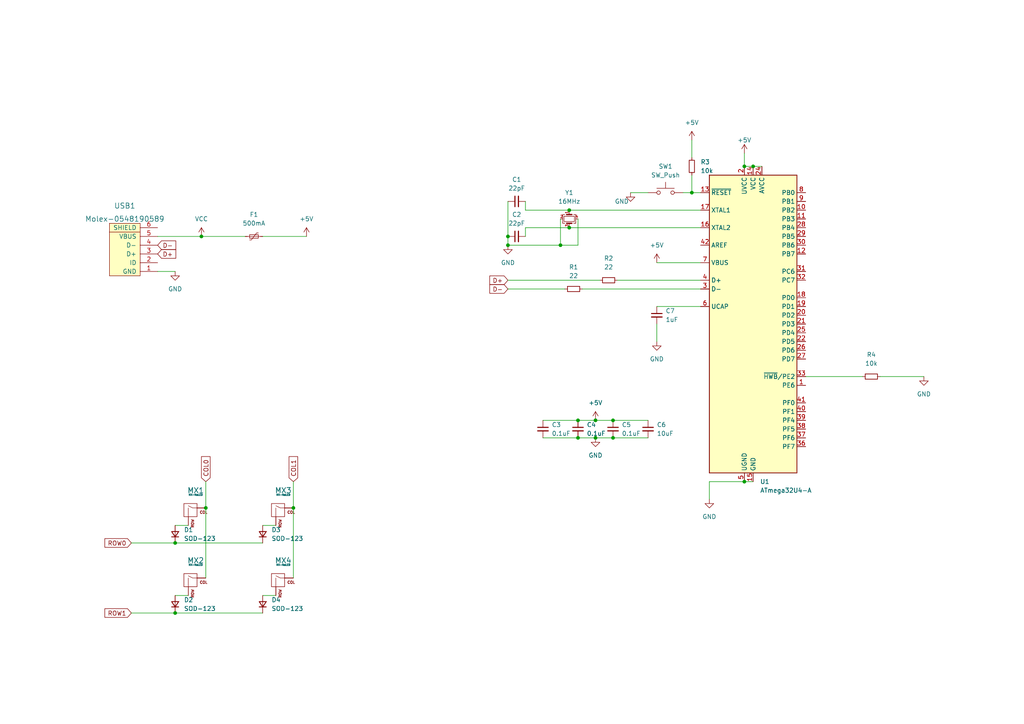
<source format=kicad_sch>
(kicad_sch (version 20211123) (generator eeschema)

  (uuid f7b2d4d3-ccf1-4eba-bb5b-722af9089a33)

  (paper "A4")

  (lib_symbols
    (symbol "Device:C_Small" (pin_numbers hide) (pin_names (offset 0.254) hide) (in_bom yes) (on_board yes)
      (property "Reference" "C" (id 0) (at 0.254 1.778 0)
        (effects (font (size 1.27 1.27)) (justify left))
      )
      (property "Value" "C_Small" (id 1) (at 0.254 -2.032 0)
        (effects (font (size 1.27 1.27)) (justify left))
      )
      (property "Footprint" "" (id 2) (at 0 0 0)
        (effects (font (size 1.27 1.27)) hide)
      )
      (property "Datasheet" "~" (id 3) (at 0 0 0)
        (effects (font (size 1.27 1.27)) hide)
      )
      (property "ki_keywords" "capacitor cap" (id 4) (at 0 0 0)
        (effects (font (size 1.27 1.27)) hide)
      )
      (property "ki_description" "Unpolarized capacitor, small symbol" (id 5) (at 0 0 0)
        (effects (font (size 1.27 1.27)) hide)
      )
      (property "ki_fp_filters" "C_*" (id 6) (at 0 0 0)
        (effects (font (size 1.27 1.27)) hide)
      )
      (symbol "C_Small_0_1"
        (polyline
          (pts
            (xy -1.524 -0.508)
            (xy 1.524 -0.508)
          )
          (stroke (width 0.3302) (type default) (color 0 0 0 0))
          (fill (type none))
        )
        (polyline
          (pts
            (xy -1.524 0.508)
            (xy 1.524 0.508)
          )
          (stroke (width 0.3048) (type default) (color 0 0 0 0))
          (fill (type none))
        )
      )
      (symbol "C_Small_1_1"
        (pin passive line (at 0 2.54 270) (length 2.032)
          (name "~" (effects (font (size 1.27 1.27))))
          (number "1" (effects (font (size 1.27 1.27))))
        )
        (pin passive line (at 0 -2.54 90) (length 2.032)
          (name "~" (effects (font (size 1.27 1.27))))
          (number "2" (effects (font (size 1.27 1.27))))
        )
      )
    )
    (symbol "Device:Crystal_GND24_Small" (pin_names (offset 1.016) hide) (in_bom yes) (on_board yes)
      (property "Reference" "Y" (id 0) (at 1.27 4.445 0)
        (effects (font (size 1.27 1.27)) (justify left))
      )
      (property "Value" "Crystal_GND24_Small" (id 1) (at 1.27 2.54 0)
        (effects (font (size 1.27 1.27)) (justify left))
      )
      (property "Footprint" "" (id 2) (at 0 0 0)
        (effects (font (size 1.27 1.27)) hide)
      )
      (property "Datasheet" "~" (id 3) (at 0 0 0)
        (effects (font (size 1.27 1.27)) hide)
      )
      (property "ki_keywords" "quartz ceramic resonator oscillator" (id 4) (at 0 0 0)
        (effects (font (size 1.27 1.27)) hide)
      )
      (property "ki_description" "Four pin crystal, GND on pins 2 and 4, small symbol" (id 5) (at 0 0 0)
        (effects (font (size 1.27 1.27)) hide)
      )
      (property "ki_fp_filters" "Crystal*" (id 6) (at 0 0 0)
        (effects (font (size 1.27 1.27)) hide)
      )
      (symbol "Crystal_GND24_Small_0_1"
        (rectangle (start -0.762 -1.524) (end 0.762 1.524)
          (stroke (width 0) (type default) (color 0 0 0 0))
          (fill (type none))
        )
        (polyline
          (pts
            (xy -1.27 -0.762)
            (xy -1.27 0.762)
          )
          (stroke (width 0.381) (type default) (color 0 0 0 0))
          (fill (type none))
        )
        (polyline
          (pts
            (xy 1.27 -0.762)
            (xy 1.27 0.762)
          )
          (stroke (width 0.381) (type default) (color 0 0 0 0))
          (fill (type none))
        )
        (polyline
          (pts
            (xy -1.27 -1.27)
            (xy -1.27 -1.905)
            (xy 1.27 -1.905)
            (xy 1.27 -1.27)
          )
          (stroke (width 0) (type default) (color 0 0 0 0))
          (fill (type none))
        )
        (polyline
          (pts
            (xy -1.27 1.27)
            (xy -1.27 1.905)
            (xy 1.27 1.905)
            (xy 1.27 1.27)
          )
          (stroke (width 0) (type default) (color 0 0 0 0))
          (fill (type none))
        )
      )
      (symbol "Crystal_GND24_Small_1_1"
        (pin passive line (at -2.54 0 0) (length 1.27)
          (name "1" (effects (font (size 1.27 1.27))))
          (number "1" (effects (font (size 0.762 0.762))))
        )
        (pin passive line (at 0 -2.54 90) (length 0.635)
          (name "2" (effects (font (size 1.27 1.27))))
          (number "2" (effects (font (size 0.762 0.762))))
        )
        (pin passive line (at 2.54 0 180) (length 1.27)
          (name "3" (effects (font (size 1.27 1.27))))
          (number "3" (effects (font (size 0.762 0.762))))
        )
        (pin passive line (at 0 2.54 270) (length 0.635)
          (name "4" (effects (font (size 1.27 1.27))))
          (number "4" (effects (font (size 0.762 0.762))))
        )
      )
    )
    (symbol "Device:D_Small" (pin_numbers hide) (pin_names (offset 0.254) hide) (in_bom yes) (on_board yes)
      (property "Reference" "D" (id 0) (at -1.27 2.032 0)
        (effects (font (size 1.27 1.27)) (justify left))
      )
      (property "Value" "D_Small" (id 1) (at -3.81 -2.032 0)
        (effects (font (size 1.27 1.27)) (justify left))
      )
      (property "Footprint" "" (id 2) (at 0 0 90)
        (effects (font (size 1.27 1.27)) hide)
      )
      (property "Datasheet" "~" (id 3) (at 0 0 90)
        (effects (font (size 1.27 1.27)) hide)
      )
      (property "ki_keywords" "diode" (id 4) (at 0 0 0)
        (effects (font (size 1.27 1.27)) hide)
      )
      (property "ki_description" "Diode, small symbol" (id 5) (at 0 0 0)
        (effects (font (size 1.27 1.27)) hide)
      )
      (property "ki_fp_filters" "TO-???* *_Diode_* *SingleDiode* D_*" (id 6) (at 0 0 0)
        (effects (font (size 1.27 1.27)) hide)
      )
      (symbol "D_Small_0_1"
        (polyline
          (pts
            (xy -0.762 -1.016)
            (xy -0.762 1.016)
          )
          (stroke (width 0.254) (type default) (color 0 0 0 0))
          (fill (type none))
        )
        (polyline
          (pts
            (xy -0.762 0)
            (xy 0.762 0)
          )
          (stroke (width 0) (type default) (color 0 0 0 0))
          (fill (type none))
        )
        (polyline
          (pts
            (xy 0.762 -1.016)
            (xy -0.762 0)
            (xy 0.762 1.016)
            (xy 0.762 -1.016)
          )
          (stroke (width 0.254) (type default) (color 0 0 0 0))
          (fill (type none))
        )
      )
      (symbol "D_Small_1_1"
        (pin passive line (at -2.54 0 0) (length 1.778)
          (name "K" (effects (font (size 1.27 1.27))))
          (number "1" (effects (font (size 1.27 1.27))))
        )
        (pin passive line (at 2.54 0 180) (length 1.778)
          (name "A" (effects (font (size 1.27 1.27))))
          (number "2" (effects (font (size 1.27 1.27))))
        )
      )
    )
    (symbol "Device:Polyfuse_Small" (pin_numbers hide) (pin_names (offset 0)) (in_bom yes) (on_board yes)
      (property "Reference" "F" (id 0) (at -1.905 0 90)
        (effects (font (size 1.27 1.27)))
      )
      (property "Value" "Polyfuse_Small" (id 1) (at 1.905 0 90)
        (effects (font (size 1.27 1.27)))
      )
      (property "Footprint" "" (id 2) (at 1.27 -5.08 0)
        (effects (font (size 1.27 1.27)) (justify left) hide)
      )
      (property "Datasheet" "~" (id 3) (at 0 0 0)
        (effects (font (size 1.27 1.27)) hide)
      )
      (property "ki_keywords" "resettable fuse PTC PPTC polyfuse polyswitch" (id 4) (at 0 0 0)
        (effects (font (size 1.27 1.27)) hide)
      )
      (property "ki_description" "Resettable fuse, polymeric positive temperature coefficient, small symbol" (id 5) (at 0 0 0)
        (effects (font (size 1.27 1.27)) hide)
      )
      (property "ki_fp_filters" "*polyfuse* *PTC*" (id 6) (at 0 0 0)
        (effects (font (size 1.27 1.27)) hide)
      )
      (symbol "Polyfuse_Small_0_1"
        (rectangle (start -0.508 1.27) (end 0.508 -1.27)
          (stroke (width 0) (type default) (color 0 0 0 0))
          (fill (type none))
        )
        (polyline
          (pts
            (xy 0 2.54)
            (xy 0 -2.54)
          )
          (stroke (width 0) (type default) (color 0 0 0 0))
          (fill (type none))
        )
        (polyline
          (pts
            (xy -1.016 1.27)
            (xy -1.016 0.762)
            (xy 1.016 -0.762)
            (xy 1.016 -1.27)
          )
          (stroke (width 0) (type default) (color 0 0 0 0))
          (fill (type none))
        )
      )
      (symbol "Polyfuse_Small_1_1"
        (pin passive line (at 0 2.54 270) (length 0.635)
          (name "~" (effects (font (size 1.27 1.27))))
          (number "1" (effects (font (size 1.27 1.27))))
        )
        (pin passive line (at 0 -2.54 90) (length 0.635)
          (name "~" (effects (font (size 1.27 1.27))))
          (number "2" (effects (font (size 1.27 1.27))))
        )
      )
    )
    (symbol "Device:R_Small" (pin_numbers hide) (pin_names (offset 0.254) hide) (in_bom yes) (on_board yes)
      (property "Reference" "R" (id 0) (at 0.762 0.508 0)
        (effects (font (size 1.27 1.27)) (justify left))
      )
      (property "Value" "R_Small" (id 1) (at 0.762 -1.016 0)
        (effects (font (size 1.27 1.27)) (justify left))
      )
      (property "Footprint" "" (id 2) (at 0 0 0)
        (effects (font (size 1.27 1.27)) hide)
      )
      (property "Datasheet" "~" (id 3) (at 0 0 0)
        (effects (font (size 1.27 1.27)) hide)
      )
      (property "ki_keywords" "R resistor" (id 4) (at 0 0 0)
        (effects (font (size 1.27 1.27)) hide)
      )
      (property "ki_description" "Resistor, small symbol" (id 5) (at 0 0 0)
        (effects (font (size 1.27 1.27)) hide)
      )
      (property "ki_fp_filters" "R_*" (id 6) (at 0 0 0)
        (effects (font (size 1.27 1.27)) hide)
      )
      (symbol "R_Small_0_1"
        (rectangle (start -0.762 1.778) (end 0.762 -1.778)
          (stroke (width 0.2032) (type default) (color 0 0 0 0))
          (fill (type none))
        )
      )
      (symbol "R_Small_1_1"
        (pin passive line (at 0 2.54 270) (length 0.762)
          (name "~" (effects (font (size 1.27 1.27))))
          (number "1" (effects (font (size 1.27 1.27))))
        )
        (pin passive line (at 0 -2.54 90) (length 0.762)
          (name "~" (effects (font (size 1.27 1.27))))
          (number "2" (effects (font (size 1.27 1.27))))
        )
      )
    )
    (symbol "MCU_Microchip_ATmega:ATmega32U4-A" (in_bom yes) (on_board yes)
      (property "Reference" "U" (id 0) (at -12.7 44.45 0)
        (effects (font (size 1.27 1.27)) (justify left bottom))
      )
      (property "Value" "ATmega32U4-A" (id 1) (at 2.54 -44.45 0)
        (effects (font (size 1.27 1.27)) (justify left top))
      )
      (property "Footprint" "Package_QFP:TQFP-44_10x10mm_P0.8mm" (id 2) (at 0 0 0)
        (effects (font (size 1.27 1.27) italic) hide)
      )
      (property "Datasheet" "http://ww1.microchip.com/downloads/en/DeviceDoc/Atmel-7766-8-bit-AVR-ATmega16U4-32U4_Datasheet.pdf" (id 3) (at 0 0 0)
        (effects (font (size 1.27 1.27)) hide)
      )
      (property "ki_keywords" "AVR 8bit Microcontroller MegaAVR USB" (id 4) (at 0 0 0)
        (effects (font (size 1.27 1.27)) hide)
      )
      (property "ki_description" "16MHz, 32kB Flash, 2.5kB SRAM, 1kB EEPROM, USB 2.0, TQFP-44" (id 5) (at 0 0 0)
        (effects (font (size 1.27 1.27)) hide)
      )
      (property "ki_fp_filters" "TQFP*10x10mm*P0.8mm*" (id 6) (at 0 0 0)
        (effects (font (size 1.27 1.27)) hide)
      )
      (symbol "ATmega32U4-A_0_1"
        (rectangle (start -12.7 -43.18) (end 12.7 43.18)
          (stroke (width 0.254) (type default) (color 0 0 0 0))
          (fill (type background))
        )
      )
      (symbol "ATmega32U4-A_1_1"
        (pin bidirectional line (at 15.24 -17.78 180) (length 2.54)
          (name "PE6" (effects (font (size 1.27 1.27))))
          (number "1" (effects (font (size 1.27 1.27))))
        )
        (pin bidirectional line (at 15.24 33.02 180) (length 2.54)
          (name "PB2" (effects (font (size 1.27 1.27))))
          (number "10" (effects (font (size 1.27 1.27))))
        )
        (pin bidirectional line (at 15.24 30.48 180) (length 2.54)
          (name "PB3" (effects (font (size 1.27 1.27))))
          (number "11" (effects (font (size 1.27 1.27))))
        )
        (pin bidirectional line (at 15.24 20.32 180) (length 2.54)
          (name "PB7" (effects (font (size 1.27 1.27))))
          (number "12" (effects (font (size 1.27 1.27))))
        )
        (pin input line (at -15.24 38.1 0) (length 2.54)
          (name "~{RESET}" (effects (font (size 1.27 1.27))))
          (number "13" (effects (font (size 1.27 1.27))))
        )
        (pin power_in line (at 0 45.72 270) (length 2.54)
          (name "VCC" (effects (font (size 1.27 1.27))))
          (number "14" (effects (font (size 1.27 1.27))))
        )
        (pin power_in line (at 0 -45.72 90) (length 2.54)
          (name "GND" (effects (font (size 1.27 1.27))))
          (number "15" (effects (font (size 1.27 1.27))))
        )
        (pin output line (at -15.24 27.94 0) (length 2.54)
          (name "XTAL2" (effects (font (size 1.27 1.27))))
          (number "16" (effects (font (size 1.27 1.27))))
        )
        (pin input line (at -15.24 33.02 0) (length 2.54)
          (name "XTAL1" (effects (font (size 1.27 1.27))))
          (number "17" (effects (font (size 1.27 1.27))))
        )
        (pin bidirectional line (at 15.24 7.62 180) (length 2.54)
          (name "PD0" (effects (font (size 1.27 1.27))))
          (number "18" (effects (font (size 1.27 1.27))))
        )
        (pin bidirectional line (at 15.24 5.08 180) (length 2.54)
          (name "PD1" (effects (font (size 1.27 1.27))))
          (number "19" (effects (font (size 1.27 1.27))))
        )
        (pin power_in line (at -2.54 45.72 270) (length 2.54)
          (name "UVCC" (effects (font (size 1.27 1.27))))
          (number "2" (effects (font (size 1.27 1.27))))
        )
        (pin bidirectional line (at 15.24 2.54 180) (length 2.54)
          (name "PD2" (effects (font (size 1.27 1.27))))
          (number "20" (effects (font (size 1.27 1.27))))
        )
        (pin bidirectional line (at 15.24 0 180) (length 2.54)
          (name "PD3" (effects (font (size 1.27 1.27))))
          (number "21" (effects (font (size 1.27 1.27))))
        )
        (pin bidirectional line (at 15.24 -5.08 180) (length 2.54)
          (name "PD5" (effects (font (size 1.27 1.27))))
          (number "22" (effects (font (size 1.27 1.27))))
        )
        (pin passive line (at 0 -45.72 90) (length 2.54) hide
          (name "GND" (effects (font (size 1.27 1.27))))
          (number "23" (effects (font (size 1.27 1.27))))
        )
        (pin power_in line (at 2.54 45.72 270) (length 2.54)
          (name "AVCC" (effects (font (size 1.27 1.27))))
          (number "24" (effects (font (size 1.27 1.27))))
        )
        (pin bidirectional line (at 15.24 -2.54 180) (length 2.54)
          (name "PD4" (effects (font (size 1.27 1.27))))
          (number "25" (effects (font (size 1.27 1.27))))
        )
        (pin bidirectional line (at 15.24 -7.62 180) (length 2.54)
          (name "PD6" (effects (font (size 1.27 1.27))))
          (number "26" (effects (font (size 1.27 1.27))))
        )
        (pin bidirectional line (at 15.24 -10.16 180) (length 2.54)
          (name "PD7" (effects (font (size 1.27 1.27))))
          (number "27" (effects (font (size 1.27 1.27))))
        )
        (pin bidirectional line (at 15.24 27.94 180) (length 2.54)
          (name "PB4" (effects (font (size 1.27 1.27))))
          (number "28" (effects (font (size 1.27 1.27))))
        )
        (pin bidirectional line (at 15.24 25.4 180) (length 2.54)
          (name "PB5" (effects (font (size 1.27 1.27))))
          (number "29" (effects (font (size 1.27 1.27))))
        )
        (pin bidirectional line (at -15.24 10.16 0) (length 2.54)
          (name "D-" (effects (font (size 1.27 1.27))))
          (number "3" (effects (font (size 1.27 1.27))))
        )
        (pin bidirectional line (at 15.24 22.86 180) (length 2.54)
          (name "PB6" (effects (font (size 1.27 1.27))))
          (number "30" (effects (font (size 1.27 1.27))))
        )
        (pin bidirectional line (at 15.24 15.24 180) (length 2.54)
          (name "PC6" (effects (font (size 1.27 1.27))))
          (number "31" (effects (font (size 1.27 1.27))))
        )
        (pin bidirectional line (at 15.24 12.7 180) (length 2.54)
          (name "PC7" (effects (font (size 1.27 1.27))))
          (number "32" (effects (font (size 1.27 1.27))))
        )
        (pin bidirectional line (at 15.24 -15.24 180) (length 2.54)
          (name "~{HWB}/PE2" (effects (font (size 1.27 1.27))))
          (number "33" (effects (font (size 1.27 1.27))))
        )
        (pin passive line (at 0 45.72 270) (length 2.54) hide
          (name "VCC" (effects (font (size 1.27 1.27))))
          (number "34" (effects (font (size 1.27 1.27))))
        )
        (pin passive line (at 0 -45.72 90) (length 2.54) hide
          (name "GND" (effects (font (size 1.27 1.27))))
          (number "35" (effects (font (size 1.27 1.27))))
        )
        (pin bidirectional line (at 15.24 -35.56 180) (length 2.54)
          (name "PF7" (effects (font (size 1.27 1.27))))
          (number "36" (effects (font (size 1.27 1.27))))
        )
        (pin bidirectional line (at 15.24 -33.02 180) (length 2.54)
          (name "PF6" (effects (font (size 1.27 1.27))))
          (number "37" (effects (font (size 1.27 1.27))))
        )
        (pin bidirectional line (at 15.24 -30.48 180) (length 2.54)
          (name "PF5" (effects (font (size 1.27 1.27))))
          (number "38" (effects (font (size 1.27 1.27))))
        )
        (pin bidirectional line (at 15.24 -27.94 180) (length 2.54)
          (name "PF4" (effects (font (size 1.27 1.27))))
          (number "39" (effects (font (size 1.27 1.27))))
        )
        (pin bidirectional line (at -15.24 12.7 0) (length 2.54)
          (name "D+" (effects (font (size 1.27 1.27))))
          (number "4" (effects (font (size 1.27 1.27))))
        )
        (pin bidirectional line (at 15.24 -25.4 180) (length 2.54)
          (name "PF1" (effects (font (size 1.27 1.27))))
          (number "40" (effects (font (size 1.27 1.27))))
        )
        (pin bidirectional line (at 15.24 -22.86 180) (length 2.54)
          (name "PF0" (effects (font (size 1.27 1.27))))
          (number "41" (effects (font (size 1.27 1.27))))
        )
        (pin passive line (at -15.24 22.86 0) (length 2.54)
          (name "AREF" (effects (font (size 1.27 1.27))))
          (number "42" (effects (font (size 1.27 1.27))))
        )
        (pin passive line (at 0 -45.72 90) (length 2.54) hide
          (name "GND" (effects (font (size 1.27 1.27))))
          (number "43" (effects (font (size 1.27 1.27))))
        )
        (pin passive line (at 2.54 45.72 270) (length 2.54) hide
          (name "AVCC" (effects (font (size 1.27 1.27))))
          (number "44" (effects (font (size 1.27 1.27))))
        )
        (pin passive line (at -2.54 -45.72 90) (length 2.54)
          (name "UGND" (effects (font (size 1.27 1.27))))
          (number "5" (effects (font (size 1.27 1.27))))
        )
        (pin passive line (at -15.24 5.08 0) (length 2.54)
          (name "UCAP" (effects (font (size 1.27 1.27))))
          (number "6" (effects (font (size 1.27 1.27))))
        )
        (pin input line (at -15.24 17.78 0) (length 2.54)
          (name "VBUS" (effects (font (size 1.27 1.27))))
          (number "7" (effects (font (size 1.27 1.27))))
        )
        (pin bidirectional line (at 15.24 38.1 180) (length 2.54)
          (name "PB0" (effects (font (size 1.27 1.27))))
          (number "8" (effects (font (size 1.27 1.27))))
        )
        (pin bidirectional line (at 15.24 35.56 180) (length 2.54)
          (name "PB1" (effects (font (size 1.27 1.27))))
          (number "9" (effects (font (size 1.27 1.27))))
        )
      )
    )
    (symbol "MX Alps Hybrid:MX-NoLED" (pin_names (offset 1.016)) (in_bom yes) (on_board yes)
      (property "Reference" "MX" (id 0) (at -0.635 3.81 0)
        (effects (font (size 1.524 1.524)))
      )
      (property "Value" "MX-NoLED" (id 1) (at -0.635 1.27 0)
        (effects (font (size 0.508 0.508)))
      )
      (property "Footprint" "" (id 2) (at -15.875 -0.635 0)
        (effects (font (size 1.524 1.524)) hide)
      )
      (property "Datasheet" "" (id 3) (at -15.875 -0.635 0)
        (effects (font (size 1.524 1.524)) hide)
      )
      (symbol "MX-NoLED_0_0"
        (rectangle (start -2.54 2.54) (end 1.27 -1.27)
          (stroke (width 0) (type default) (color 0 0 0 0))
          (fill (type none))
        )
        (polyline
          (pts
            (xy -1.27 -1.27)
            (xy -1.27 1.27)
          )
          (stroke (width 0.127) (type default) (color 0 0 0 0))
          (fill (type none))
        )
        (polyline
          (pts
            (xy 1.27 1.27)
            (xy 0 1.27)
            (xy -1.27 1.905)
          )
          (stroke (width 0.127) (type default) (color 0 0 0 0))
          (fill (type none))
        )
        (text "COL" (at 3.175 0 0)
          (effects (font (size 0.762 0.762)))
        )
        (text "ROW" (at 0 -1.905 900)
          (effects (font (size 0.762 0.762)) (justify right))
        )
      )
      (symbol "MX-NoLED_1_1"
        (pin passive line (at 3.81 1.27 180) (length 2.54)
          (name "COL" (effects (font (size 0 0))))
          (number "1" (effects (font (size 0 0))))
        )
        (pin passive line (at -1.27 -3.81 90) (length 2.54)
          (name "ROW" (effects (font (size 0 0))))
          (number "2" (effects (font (size 0 0))))
        )
      )
    )
    (symbol "Random Keyboard Parts:Molex-0548190589" (pin_names (offset 1.016)) (in_bom yes) (on_board yes)
      (property "Reference" "USB" (id 0) (at 0 7.62 0)
        (effects (font (size 1.524 1.524)))
      )
      (property "Value" "Molex-0548190589" (id 1) (at 0 10.16 0)
        (effects (font (size 1.524 1.524)))
      )
      (property "Footprint" "" (id 2) (at 0 0 0)
        (effects (font (size 1.524 1.524)) hide)
      )
      (property "Datasheet" "" (id 3) (at 0 0 0)
        (effects (font (size 1.524 1.524)) hide)
      )
      (symbol "Molex-0548190589_0_0"
        (polyline
          (pts
            (xy 6.35 -2.54)
            (xy 6.35 6.35)
          )
          (stroke (width 0) (type default) (color 0 0 0 0))
          (fill (type none))
        )
        (rectangle (start 8.89 -2.54) (end -6.35 6.35)
          (stroke (width 0) (type default) (color 0 0 0 0))
          (fill (type background))
        )
      )
      (symbol "Molex-0548190589_1_1"
        (pin input line (at -5.08 -7.62 90) (length 5.08)
          (name "GND" (effects (font (size 1.27 1.27))))
          (number "1" (effects (font (size 1.27 1.27))))
        )
        (pin input line (at -2.54 -7.62 90) (length 5.08)
          (name "ID" (effects (font (size 1.27 1.27))))
          (number "2" (effects (font (size 1.27 1.27))))
        )
        (pin input line (at 0 -7.62 90) (length 5.08)
          (name "D+" (effects (font (size 1.27 1.27))))
          (number "3" (effects (font (size 1.27 1.27))))
        )
        (pin input line (at 2.54 -7.62 90) (length 5.08)
          (name "D-" (effects (font (size 1.27 1.27))))
          (number "4" (effects (font (size 1.27 1.27))))
        )
        (pin input line (at 5.08 -7.62 90) (length 5.08)
          (name "VBUS" (effects (font (size 1.27 1.27))))
          (number "5" (effects (font (size 1.27 1.27))))
        )
        (pin input line (at 7.62 -7.62 90) (length 5.08)
          (name "SHIELD" (effects (font (size 1.27 1.27))))
          (number "6" (effects (font (size 1.27 1.27))))
        )
      )
    )
    (symbol "Switch:SW_Push" (pin_numbers hide) (pin_names (offset 1.016) hide) (in_bom yes) (on_board yes)
      (property "Reference" "SW" (id 0) (at 1.27 2.54 0)
        (effects (font (size 1.27 1.27)) (justify left))
      )
      (property "Value" "SW_Push" (id 1) (at 0 -1.524 0)
        (effects (font (size 1.27 1.27)))
      )
      (property "Footprint" "" (id 2) (at 0 5.08 0)
        (effects (font (size 1.27 1.27)) hide)
      )
      (property "Datasheet" "~" (id 3) (at 0 5.08 0)
        (effects (font (size 1.27 1.27)) hide)
      )
      (property "ki_keywords" "switch normally-open pushbutton push-button" (id 4) (at 0 0 0)
        (effects (font (size 1.27 1.27)) hide)
      )
      (property "ki_description" "Push button switch, generic, two pins" (id 5) (at 0 0 0)
        (effects (font (size 1.27 1.27)) hide)
      )
      (symbol "SW_Push_0_1"
        (circle (center -2.032 0) (radius 0.508)
          (stroke (width 0) (type default) (color 0 0 0 0))
          (fill (type none))
        )
        (polyline
          (pts
            (xy 0 1.27)
            (xy 0 3.048)
          )
          (stroke (width 0) (type default) (color 0 0 0 0))
          (fill (type none))
        )
        (polyline
          (pts
            (xy 2.54 1.27)
            (xy -2.54 1.27)
          )
          (stroke (width 0) (type default) (color 0 0 0 0))
          (fill (type none))
        )
        (circle (center 2.032 0) (radius 0.508)
          (stroke (width 0) (type default) (color 0 0 0 0))
          (fill (type none))
        )
        (pin passive line (at -5.08 0 0) (length 2.54)
          (name "1" (effects (font (size 1.27 1.27))))
          (number "1" (effects (font (size 1.27 1.27))))
        )
        (pin passive line (at 5.08 0 180) (length 2.54)
          (name "2" (effects (font (size 1.27 1.27))))
          (number "2" (effects (font (size 1.27 1.27))))
        )
      )
    )
    (symbol "power:+5V" (power) (pin_names (offset 0)) (in_bom yes) (on_board yes)
      (property "Reference" "#PWR" (id 0) (at 0 -3.81 0)
        (effects (font (size 1.27 1.27)) hide)
      )
      (property "Value" "+5V" (id 1) (at 0 3.556 0)
        (effects (font (size 1.27 1.27)))
      )
      (property "Footprint" "" (id 2) (at 0 0 0)
        (effects (font (size 1.27 1.27)) hide)
      )
      (property "Datasheet" "" (id 3) (at 0 0 0)
        (effects (font (size 1.27 1.27)) hide)
      )
      (property "ki_keywords" "power-flag" (id 4) (at 0 0 0)
        (effects (font (size 1.27 1.27)) hide)
      )
      (property "ki_description" "Power symbol creates a global label with name \"+5V\"" (id 5) (at 0 0 0)
        (effects (font (size 1.27 1.27)) hide)
      )
      (symbol "+5V_0_1"
        (polyline
          (pts
            (xy -0.762 1.27)
            (xy 0 2.54)
          )
          (stroke (width 0) (type default) (color 0 0 0 0))
          (fill (type none))
        )
        (polyline
          (pts
            (xy 0 0)
            (xy 0 2.54)
          )
          (stroke (width 0) (type default) (color 0 0 0 0))
          (fill (type none))
        )
        (polyline
          (pts
            (xy 0 2.54)
            (xy 0.762 1.27)
          )
          (stroke (width 0) (type default) (color 0 0 0 0))
          (fill (type none))
        )
      )
      (symbol "+5V_1_1"
        (pin power_in line (at 0 0 90) (length 0) hide
          (name "+5V" (effects (font (size 1.27 1.27))))
          (number "1" (effects (font (size 1.27 1.27))))
        )
      )
    )
    (symbol "power:GND" (power) (pin_names (offset 0)) (in_bom yes) (on_board yes)
      (property "Reference" "#PWR" (id 0) (at 0 -6.35 0)
        (effects (font (size 1.27 1.27)) hide)
      )
      (property "Value" "GND" (id 1) (at 0 -3.81 0)
        (effects (font (size 1.27 1.27)))
      )
      (property "Footprint" "" (id 2) (at 0 0 0)
        (effects (font (size 1.27 1.27)) hide)
      )
      (property "Datasheet" "" (id 3) (at 0 0 0)
        (effects (font (size 1.27 1.27)) hide)
      )
      (property "ki_keywords" "power-flag" (id 4) (at 0 0 0)
        (effects (font (size 1.27 1.27)) hide)
      )
      (property "ki_description" "Power symbol creates a global label with name \"GND\" , ground" (id 5) (at 0 0 0)
        (effects (font (size 1.27 1.27)) hide)
      )
      (symbol "GND_0_1"
        (polyline
          (pts
            (xy 0 0)
            (xy 0 -1.27)
            (xy 1.27 -1.27)
            (xy 0 -2.54)
            (xy -1.27 -1.27)
            (xy 0 -1.27)
          )
          (stroke (width 0) (type default) (color 0 0 0 0))
          (fill (type none))
        )
      )
      (symbol "GND_1_1"
        (pin power_in line (at 0 0 270) (length 0) hide
          (name "GND" (effects (font (size 1.27 1.27))))
          (number "1" (effects (font (size 1.27 1.27))))
        )
      )
    )
    (symbol "power:VCC" (power) (pin_names (offset 0)) (in_bom yes) (on_board yes)
      (property "Reference" "#PWR" (id 0) (at 0 -3.81 0)
        (effects (font (size 1.27 1.27)) hide)
      )
      (property "Value" "VCC" (id 1) (at 0 3.81 0)
        (effects (font (size 1.27 1.27)))
      )
      (property "Footprint" "" (id 2) (at 0 0 0)
        (effects (font (size 1.27 1.27)) hide)
      )
      (property "Datasheet" "" (id 3) (at 0 0 0)
        (effects (font (size 1.27 1.27)) hide)
      )
      (property "ki_keywords" "power-flag" (id 4) (at 0 0 0)
        (effects (font (size 1.27 1.27)) hide)
      )
      (property "ki_description" "Power symbol creates a global label with name \"VCC\"" (id 5) (at 0 0 0)
        (effects (font (size 1.27 1.27)) hide)
      )
      (symbol "VCC_0_1"
        (polyline
          (pts
            (xy -0.762 1.27)
            (xy 0 2.54)
          )
          (stroke (width 0) (type default) (color 0 0 0 0))
          (fill (type none))
        )
        (polyline
          (pts
            (xy 0 0)
            (xy 0 2.54)
          )
          (stroke (width 0) (type default) (color 0 0 0 0))
          (fill (type none))
        )
        (polyline
          (pts
            (xy 0 2.54)
            (xy 0.762 1.27)
          )
          (stroke (width 0) (type default) (color 0 0 0 0))
          (fill (type none))
        )
      )
      (symbol "VCC_1_1"
        (pin power_in line (at 0 0 90) (length 0) hide
          (name "VCC" (effects (font (size 1.27 1.27))))
          (number "1" (effects (font (size 1.27 1.27))))
        )
      )
    )
  )

  (junction (at 58.42 68.58) (diameter 0) (color 0 0 0 0)
    (uuid 12e326d4-84ef-4c0e-99ef-e293292df732)
  )
  (junction (at 177.8 121.92) (diameter 0) (color 0 0 0 0)
    (uuid 1e34e98b-e584-4c94-b092-9506b35538aa)
  )
  (junction (at 50.8 157.48) (diameter 0) (color 0 0 0 0)
    (uuid 3d3f9c86-d10f-40f4-a5d1-c2e4f84e288f)
  )
  (junction (at 200.66 55.88) (diameter 0) (color 0 0 0 0)
    (uuid 4dd483ed-a264-4872-95a7-38f0e1c5d31e)
  )
  (junction (at 177.8 127) (diameter 0) (color 0 0 0 0)
    (uuid 5989e95c-f754-48eb-95f7-9057eba08963)
  )
  (junction (at 172.72 127) (diameter 0) (color 0 0 0 0)
    (uuid 5aa95c6f-a95c-4c47-9434-839900f78a0b)
  )
  (junction (at 167.64 121.92) (diameter 0) (color 0 0 0 0)
    (uuid 5fb7ca1d-0706-4875-9c3d-2787324b5a6d)
  )
  (junction (at 215.9 48.26) (diameter 0) (color 0 0 0 0)
    (uuid 699ee009-3ebd-4f73-bd39-f9f6ae5a2c92)
  )
  (junction (at 172.72 121.92) (diameter 0) (color 0 0 0 0)
    (uuid 6a89593d-5fd0-4515-a7c5-f373379740f4)
  )
  (junction (at 162.56 71.12) (diameter 0) (color 0 0 0 0)
    (uuid 79266e54-2b0c-40d7-9c11-a1a8d59fed7a)
  )
  (junction (at 165.1 66.04) (diameter 0) (color 0 0 0 0)
    (uuid 8c21fc3a-aef1-470b-940b-aafd22f2c968)
  )
  (junction (at 59.69 147.32) (diameter 0) (color 0 0 0 0)
    (uuid aa88fd6d-f176-489a-b734-c6c65e081064)
  )
  (junction (at 147.32 71.12) (diameter 0) (color 0 0 0 0)
    (uuid adaea473-2acc-4de6-98ad-aa3d9a559a0a)
  )
  (junction (at 85.09 147.32) (diameter 0) (color 0 0 0 0)
    (uuid bec166a2-63fb-411b-bb46-a0542b86cfdf)
  )
  (junction (at 167.64 127) (diameter 0) (color 0 0 0 0)
    (uuid d9f650f3-de14-471f-963e-244f21190510)
  )
  (junction (at 50.8 177.8) (diameter 0) (color 0 0 0 0)
    (uuid e009c413-fe59-440c-9479-42fd99f33513)
  )
  (junction (at 218.44 48.26) (diameter 0) (color 0 0 0 0)
    (uuid f143585d-a709-44ae-bc2c-dc876e70b967)
  )
  (junction (at 147.32 68.58) (diameter 0) (color 0 0 0 0)
    (uuid f6f2e4af-7903-4cee-a0c8-2243a7ab20ea)
  )
  (junction (at 215.9 139.7) (diameter 0) (color 0 0 0 0)
    (uuid f961f5f0-bc34-43f7-a429-36b65ec6e081)
  )
  (junction (at 165.1 60.96) (diameter 0) (color 0 0 0 0)
    (uuid f9f1aee7-5550-47d3-815b-0331522c3bb3)
  )

  (wire (pts (xy 165.1 60.96) (xy 152.4 60.96))
    (stroke (width 0) (type default) (color 0 0 0 0))
    (uuid 01ec6fb6-f966-41c8-b8ea-0cbca6284783)
  )
  (wire (pts (xy 177.8 127) (xy 187.96 127))
    (stroke (width 0) (type default) (color 0 0 0 0))
    (uuid 0277713e-140e-431a-93d0-f2fa4f65a49a)
  )
  (wire (pts (xy 255.27 109.22) (xy 267.97 109.22))
    (stroke (width 0) (type default) (color 0 0 0 0))
    (uuid 0fc2d6ee-8d45-4f86-b81c-bbd39bd62650)
  )
  (wire (pts (xy 152.4 60.96) (xy 152.4 58.42))
    (stroke (width 0) (type default) (color 0 0 0 0))
    (uuid 13094b91-7a0b-4059-8ef7-8507dd474aa3)
  )
  (wire (pts (xy 85.09 147.32) (xy 85.09 167.64))
    (stroke (width 0) (type default) (color 0 0 0 0))
    (uuid 1a74bfea-4c5d-40ae-bf78-6b695dee3fe9)
  )
  (wire (pts (xy 190.5 76.2) (xy 203.2 76.2))
    (stroke (width 0) (type default) (color 0 0 0 0))
    (uuid 1b988efb-8fa3-40c8-8f52-9e8169fec3b4)
  )
  (wire (pts (xy 233.68 109.22) (xy 250.19 109.22))
    (stroke (width 0) (type default) (color 0 0 0 0))
    (uuid 1d9aaa38-f475-4fa2-b9f9-6d06af5f8352)
  )
  (wire (pts (xy 45.72 78.74) (xy 50.8 78.74))
    (stroke (width 0) (type default) (color 0 0 0 0))
    (uuid 1e0f6ae2-7b37-4b2e-9063-8e73a81967c4)
  )
  (wire (pts (xy 76.2 172.72) (xy 80.01 172.72))
    (stroke (width 0) (type default) (color 0 0 0 0))
    (uuid 215cedff-ac16-42f7-a405-c761ebc39ed1)
  )
  (wire (pts (xy 162.56 63.5) (xy 162.56 71.12))
    (stroke (width 0) (type default) (color 0 0 0 0))
    (uuid 25301453-8a18-4457-b7b7-7291c3c22c30)
  )
  (wire (pts (xy 190.5 93.98) (xy 190.5 99.06))
    (stroke (width 0) (type default) (color 0 0 0 0))
    (uuid 2a003296-262a-4c77-804f-bad1ab7fb03c)
  )
  (wire (pts (xy 172.72 127) (xy 177.8 127))
    (stroke (width 0) (type default) (color 0 0 0 0))
    (uuid 2e651167-35f4-4c21-9160-27b6beaa0ae7)
  )
  (wire (pts (xy 190.5 88.9) (xy 203.2 88.9))
    (stroke (width 0) (type default) (color 0 0 0 0))
    (uuid 31294830-b461-416d-9219-8a0e0874e59a)
  )
  (wire (pts (xy 147.32 58.42) (xy 147.32 68.58))
    (stroke (width 0) (type default) (color 0 0 0 0))
    (uuid 36bce8e9-efa1-4e9f-94d2-bf696c17434a)
  )
  (wire (pts (xy 165.1 66.04) (xy 152.4 66.04))
    (stroke (width 0) (type default) (color 0 0 0 0))
    (uuid 3cd19ac2-be6e-45be-aedd-cda0a98b170d)
  )
  (wire (pts (xy 200.66 50.8) (xy 200.66 55.88))
    (stroke (width 0) (type default) (color 0 0 0 0))
    (uuid 3f728f5d-b4e8-4525-8070-5a002ab537a9)
  )
  (wire (pts (xy 50.8 157.48) (xy 76.2 157.48))
    (stroke (width 0) (type default) (color 0 0 0 0))
    (uuid 42818d10-b7df-44b3-a170-79d141aeb9a1)
  )
  (wire (pts (xy 218.44 48.26) (xy 220.98 48.26))
    (stroke (width 0) (type default) (color 0 0 0 0))
    (uuid 43ba02d5-c9fa-4c3e-9ae0-8b39f3dae857)
  )
  (wire (pts (xy 147.32 83.82) (xy 163.83 83.82))
    (stroke (width 0) (type default) (color 0 0 0 0))
    (uuid 4bdded00-a855-4607-9fa2-a62f52706f39)
  )
  (wire (pts (xy 147.32 68.58) (xy 147.32 71.12))
    (stroke (width 0) (type default) (color 0 0 0 0))
    (uuid 4c9030c4-4549-46b0-a2d5-1b563d3dfb95)
  )
  (wire (pts (xy 205.74 139.7) (xy 205.74 144.78))
    (stroke (width 0) (type default) (color 0 0 0 0))
    (uuid 4dd340a5-eaad-4bac-8b01-1effc37a101a)
  )
  (wire (pts (xy 215.9 48.26) (xy 218.44 48.26))
    (stroke (width 0) (type default) (color 0 0 0 0))
    (uuid 51a0a7d6-1fa8-4005-93e7-e1b2ea207058)
  )
  (wire (pts (xy 38.1 177.8) (xy 50.8 177.8))
    (stroke (width 0) (type default) (color 0 0 0 0))
    (uuid 63e004b6-4e3a-4c1d-a8e0-e1e46d1ff9f1)
  )
  (wire (pts (xy 167.64 71.12) (xy 162.56 71.12))
    (stroke (width 0) (type default) (color 0 0 0 0))
    (uuid 6483f59d-afa1-4f9d-8f1d-ac35bb696e0b)
  )
  (wire (pts (xy 168.91 83.82) (xy 203.2 83.82))
    (stroke (width 0) (type default) (color 0 0 0 0))
    (uuid 6569b64b-9e10-482e-bec6-61e780b59627)
  )
  (wire (pts (xy 50.8 177.8) (xy 76.2 177.8))
    (stroke (width 0) (type default) (color 0 0 0 0))
    (uuid 6789a95f-3d88-4fe6-8f57-fd316aae91a5)
  )
  (wire (pts (xy 85.09 139.7) (xy 85.09 147.32))
    (stroke (width 0) (type default) (color 0 0 0 0))
    (uuid 68c5e95c-0e63-42b4-8148-5d0156a86295)
  )
  (wire (pts (xy 165.1 66.04) (xy 203.2 66.04))
    (stroke (width 0) (type default) (color 0 0 0 0))
    (uuid 695bbc82-cb02-43b6-84d0-e9236d9e0ae4)
  )
  (wire (pts (xy 205.74 139.7) (xy 215.9 139.7))
    (stroke (width 0) (type default) (color 0 0 0 0))
    (uuid 6b05b458-b3a8-4f33-8aad-675258b8b662)
  )
  (wire (pts (xy 215.9 139.7) (xy 218.44 139.7))
    (stroke (width 0) (type default) (color 0 0 0 0))
    (uuid 6b76c5fd-9d18-497e-93c8-e82cbcae2113)
  )
  (wire (pts (xy 177.8 121.92) (xy 187.96 121.92))
    (stroke (width 0) (type default) (color 0 0 0 0))
    (uuid 71e578d1-2b65-4c4a-b88d-e26e19321aad)
  )
  (wire (pts (xy 167.64 127) (xy 172.72 127))
    (stroke (width 0) (type default) (color 0 0 0 0))
    (uuid 788a57d3-da35-4336-af16-5718ea33179a)
  )
  (wire (pts (xy 167.64 121.92) (xy 172.72 121.92))
    (stroke (width 0) (type default) (color 0 0 0 0))
    (uuid 7fb588e2-446b-4601-a29c-dc2f87452ae1)
  )
  (wire (pts (xy 200.66 55.88) (xy 203.2 55.88))
    (stroke (width 0) (type default) (color 0 0 0 0))
    (uuid 7fdc8085-2ab8-43e6-a67c-636b422d6c12)
  )
  (wire (pts (xy 38.1 157.48) (xy 50.8 157.48))
    (stroke (width 0) (type default) (color 0 0 0 0))
    (uuid 8679cebf-67ee-47b6-afa0-0e9f50ccdbaa)
  )
  (wire (pts (xy 167.64 63.5) (xy 167.64 71.12))
    (stroke (width 0) (type default) (color 0 0 0 0))
    (uuid 86feebec-4398-4f72-8515-247cb21ca656)
  )
  (wire (pts (xy 152.4 66.04) (xy 152.4 68.58))
    (stroke (width 0) (type default) (color 0 0 0 0))
    (uuid 9284f50d-fa4e-429c-b414-e08e90c332cd)
  )
  (wire (pts (xy 165.1 60.96) (xy 203.2 60.96))
    (stroke (width 0) (type default) (color 0 0 0 0))
    (uuid 9c76f619-cab1-4740-89b8-c8332fc2ac82)
  )
  (wire (pts (xy 59.69 139.7) (xy 59.69 147.32))
    (stroke (width 0) (type default) (color 0 0 0 0))
    (uuid 9da7ba74-f9e0-4d3e-846a-f09e1dde92cd)
  )
  (wire (pts (xy 76.2 68.58) (xy 88.9 68.58))
    (stroke (width 0) (type default) (color 0 0 0 0))
    (uuid 9db76cbc-9a98-4c62-803d-5bc29183e64e)
  )
  (wire (pts (xy 162.56 71.12) (xy 147.32 71.12))
    (stroke (width 0) (type default) (color 0 0 0 0))
    (uuid 9e34aa98-0cf2-4c62-a93c-33e2efeaaf90)
  )
  (wire (pts (xy 172.72 121.92) (xy 177.8 121.92))
    (stroke (width 0) (type default) (color 0 0 0 0))
    (uuid a05c623e-376e-4f20-aed4-b5acb4900189)
  )
  (wire (pts (xy 50.8 172.72) (xy 54.61 172.72))
    (stroke (width 0) (type default) (color 0 0 0 0))
    (uuid a1972b93-d9c6-45f7-87c5-025aaaea4c99)
  )
  (wire (pts (xy 200.66 40.64) (xy 200.66 45.72))
    (stroke (width 0) (type default) (color 0 0 0 0))
    (uuid b1bbc484-65d9-4aff-8f2b-436c1a4ff4e1)
  )
  (wire (pts (xy 179.07 81.28) (xy 203.2 81.28))
    (stroke (width 0) (type default) (color 0 0 0 0))
    (uuid b25e40d9-9ed0-4a90-bbfe-af9c3e8df339)
  )
  (wire (pts (xy 59.69 147.32) (xy 59.69 167.64))
    (stroke (width 0) (type default) (color 0 0 0 0))
    (uuid b627fa4e-1499-4ef4-857a-ab01c7e5e32b)
  )
  (wire (pts (xy 147.32 81.28) (xy 173.99 81.28))
    (stroke (width 0) (type default) (color 0 0 0 0))
    (uuid b8a410f9-c415-4b97-92d0-e2cb0f0b6543)
  )
  (wire (pts (xy 157.48 121.92) (xy 167.64 121.92))
    (stroke (width 0) (type default) (color 0 0 0 0))
    (uuid bfdba705-b446-40d5-a4a1-52ab13623134)
  )
  (wire (pts (xy 76.2 152.4) (xy 80.01 152.4))
    (stroke (width 0) (type default) (color 0 0 0 0))
    (uuid c2346dd1-7fb2-46be-9a4b-b20b63cb184d)
  )
  (wire (pts (xy 58.42 68.58) (xy 71.12 68.58))
    (stroke (width 0) (type default) (color 0 0 0 0))
    (uuid c4fbbbb8-47e4-42bf-b175-0fdf66f7fa2b)
  )
  (wire (pts (xy 182.88 55.88) (xy 187.96 55.88))
    (stroke (width 0) (type default) (color 0 0 0 0))
    (uuid c5048280-6a57-4608-aa3d-475d05567ca7)
  )
  (wire (pts (xy 198.12 55.88) (xy 200.66 55.88))
    (stroke (width 0) (type default) (color 0 0 0 0))
    (uuid c59b7ff8-97a0-4650-a85d-e36bce6a915a)
  )
  (wire (pts (xy 157.48 127) (xy 167.64 127))
    (stroke (width 0) (type default) (color 0 0 0 0))
    (uuid ca83482c-cd19-4464-b7b1-360dda6b1b47)
  )
  (wire (pts (xy 215.9 44.45) (xy 215.9 48.26))
    (stroke (width 0) (type default) (color 0 0 0 0))
    (uuid cad18bb3-dbd5-4694-a5b7-98ed7812fa57)
  )
  (wire (pts (xy 50.8 152.4) (xy 54.61 152.4))
    (stroke (width 0) (type default) (color 0 0 0 0))
    (uuid e73aa282-994a-49a9-b1ce-94021c47a6fd)
  )
  (wire (pts (xy 45.72 68.58) (xy 58.42 68.58))
    (stroke (width 0) (type default) (color 0 0 0 0))
    (uuid ee415454-d76b-415f-ada1-de0d1f301b83)
  )

  (global_label "D-" (shape input) (at 147.32 83.82 180) (fields_autoplaced)
    (effects (font (size 1.27 1.27)) (justify right))
    (uuid 0382e7a6-df2b-47b8-a80d-2af478ba371a)
    (property "Intersheet References" "${INTERSHEET_REFS}" (id 0) (at 142.0645 83.7406 0)
      (effects (font (size 1.27 1.27)) (justify right) hide)
    )
  )
  (global_label "ROW0" (shape input) (at 38.1 157.48 180) (fields_autoplaced)
    (effects (font (size 1.27 1.27)) (justify right))
    (uuid 102b5b90-6a75-4195-990e-a37e225b0f77)
    (property "Intersheet References" "${INTERSHEET_REFS}" (id 0) (at 30.4255 157.4006 0)
      (effects (font (size 1.27 1.27)) (justify right) hide)
    )
  )
  (global_label "COL0" (shape input) (at 59.69 139.7 90) (fields_autoplaced)
    (effects (font (size 1.27 1.27)) (justify left))
    (uuid 433565e0-9dd9-4cd2-b29f-e2070691fbba)
    (property "Intersheet References" "${INTERSHEET_REFS}" (id 0) (at 59.6106 132.4488 90)
      (effects (font (size 1.27 1.27)) (justify left) hide)
    )
  )
  (global_label "ROW1" (shape input) (at 38.1 177.8 180) (fields_autoplaced)
    (effects (font (size 1.27 1.27)) (justify right))
    (uuid 512e24af-aeee-4cc9-83cb-79c1e0a4171b)
    (property "Intersheet References" "${INTERSHEET_REFS}" (id 0) (at 30.4255 177.7206 0)
      (effects (font (size 1.27 1.27)) (justify right) hide)
    )
  )
  (global_label "D+" (shape input) (at 45.72 73.66 0) (fields_autoplaced)
    (effects (font (size 1.27 1.27)) (justify left))
    (uuid 53e7ce67-284f-4897-ab0a-b77cb395da48)
    (property "Intersheet References" "${INTERSHEET_REFS}" (id 0) (at 50.9755 73.5806 0)
      (effects (font (size 1.27 1.27)) (justify left) hide)
    )
  )
  (global_label "D-" (shape input) (at 45.72 71.12 0) (fields_autoplaced)
    (effects (font (size 1.27 1.27)) (justify left))
    (uuid 69062c11-7347-4096-8151-5d07490a7074)
    (property "Intersheet References" "${INTERSHEET_REFS}" (id 0) (at 50.9755 71.0406 0)
      (effects (font (size 1.27 1.27)) (justify left) hide)
    )
  )
  (global_label "D+" (shape input) (at 147.32 81.28 180) (fields_autoplaced)
    (effects (font (size 1.27 1.27)) (justify right))
    (uuid af028cf9-2911-43d4-b0fc-ad4866e55793)
    (property "Intersheet References" "${INTERSHEET_REFS}" (id 0) (at 142.0645 81.2006 0)
      (effects (font (size 1.27 1.27)) (justify right) hide)
    )
  )
  (global_label "COL1" (shape input) (at 85.09 139.7 90) (fields_autoplaced)
    (effects (font (size 1.27 1.27)) (justify left))
    (uuid e0eaf8be-a2fc-4d46-b75c-726590552191)
    (property "Intersheet References" "${INTERSHEET_REFS}" (id 0) (at 85.0106 132.4488 90)
      (effects (font (size 1.27 1.27)) (justify left) hide)
    )
  )

  (symbol (lib_id "power:GND") (at 50.8 78.74 0) (unit 1)
    (in_bom yes) (on_board yes) (fields_autoplaced)
    (uuid 0f12d079-28f2-4c96-b0d6-7cf4d06a4f8b)
    (property "Reference" "#PWR0112" (id 0) (at 50.8 85.09 0)
      (effects (font (size 1.27 1.27)) hide)
    )
    (property "Value" "GND" (id 1) (at 50.8 83.82 0))
    (property "Footprint" "" (id 2) (at 50.8 78.74 0)
      (effects (font (size 1.27 1.27)) hide)
    )
    (property "Datasheet" "" (id 3) (at 50.8 78.74 0)
      (effects (font (size 1.27 1.27)) hide)
    )
    (pin "1" (uuid 649e8527-c711-4d59-bdcd-21ede3d4ad2a))
  )

  (symbol (lib_id "Device:C_Small") (at 177.8 124.46 0) (unit 1)
    (in_bom yes) (on_board yes) (fields_autoplaced)
    (uuid 10bd6a91-2018-4099-b7ac-f7a0e07d4b45)
    (property "Reference" "C5" (id 0) (at 180.34 123.1962 0)
      (effects (font (size 1.27 1.27)) (justify left))
    )
    (property "Value" "0.1uF" (id 1) (at 180.34 125.7362 0)
      (effects (font (size 1.27 1.27)) (justify left))
    )
    (property "Footprint" "Capacitor_SMD:C_0805_2012Metric" (id 2) (at 177.8 124.46 0)
      (effects (font (size 1.27 1.27)) hide)
    )
    (property "Datasheet" "~" (id 3) (at 177.8 124.46 0)
      (effects (font (size 1.27 1.27)) hide)
    )
    (pin "1" (uuid 51bcf74f-11f3-48dc-8f56-1195c51977a8))
    (pin "2" (uuid 0cd98358-6b5e-49ff-99e1-2deeaa5c1c97))
  )

  (symbol (lib_id "Device:C_Small") (at 149.86 68.58 90) (unit 1)
    (in_bom yes) (on_board yes) (fields_autoplaced)
    (uuid 19c99e63-f6bb-426d-b275-8c8d8c853f33)
    (property "Reference" "C2" (id 0) (at 149.8663 62.23 90))
    (property "Value" "22pF" (id 1) (at 149.8663 64.77 90))
    (property "Footprint" "Capacitor_SMD:C_0805_2012Metric" (id 2) (at 149.86 68.58 0)
      (effects (font (size 1.27 1.27)) hide)
    )
    (property "Datasheet" "~" (id 3) (at 149.86 68.58 0)
      (effects (font (size 1.27 1.27)) hide)
    )
    (pin "1" (uuid 476aa3ca-9dfd-410b-b577-7e7be55168d1))
    (pin "2" (uuid 49159187-8d74-4e13-ae2d-9720f19cce0d))
  )

  (symbol (lib_id "power:GND") (at 190.5 99.06 0) (unit 1)
    (in_bom yes) (on_board yes) (fields_autoplaced)
    (uuid 19e1a612-cfb3-474b-830c-08e21b5f28bc)
    (property "Reference" "#PWR0105" (id 0) (at 190.5 105.41 0)
      (effects (font (size 1.27 1.27)) hide)
    )
    (property "Value" "GND" (id 1) (at 190.5 104.14 0))
    (property "Footprint" "" (id 2) (at 190.5 99.06 0)
      (effects (font (size 1.27 1.27)) hide)
    )
    (property "Datasheet" "" (id 3) (at 190.5 99.06 0)
      (effects (font (size 1.27 1.27)) hide)
    )
    (pin "1" (uuid cd3619fe-84be-4c6b-a90e-b2836809371a))
  )

  (symbol (lib_id "power:GND") (at 147.32 71.12 0) (unit 1)
    (in_bom yes) (on_board yes) (fields_autoplaced)
    (uuid 2140d797-76b8-4525-891f-2932d90c506d)
    (property "Reference" "#PWR0108" (id 0) (at 147.32 77.47 0)
      (effects (font (size 1.27 1.27)) hide)
    )
    (property "Value" "GND" (id 1) (at 147.32 76.2 0))
    (property "Footprint" "" (id 2) (at 147.32 71.12 0)
      (effects (font (size 1.27 1.27)) hide)
    )
    (property "Datasheet" "" (id 3) (at 147.32 71.12 0)
      (effects (font (size 1.27 1.27)) hide)
    )
    (pin "1" (uuid f4e67a55-f433-44cb-ad9d-61f645ca0775))
  )

  (symbol (lib_id "Device:Crystal_GND24_Small") (at 165.1 63.5 270) (unit 1)
    (in_bom yes) (on_board yes)
    (uuid 216667b9-bbbd-46fa-8662-4835ac1f807e)
    (property "Reference" "Y1" (id 0) (at 165.1 55.88 90))
    (property "Value" "16MHz" (id 1) (at 165.1 58.42 90))
    (property "Footprint" "Crystal:Crystal_SMD_3225-4Pin_3.2x2.5mm" (id 2) (at 165.1 63.5 0)
      (effects (font (size 1.27 1.27)) hide)
    )
    (property "Datasheet" "~" (id 3) (at 165.1 63.5 0)
      (effects (font (size 1.27 1.27)) hide)
    )
    (pin "1" (uuid bedcc053-9011-49d2-9ba4-ac2afbbc54be))
    (pin "2" (uuid b9b0a342-3cf9-4bd7-bf45-70ac14b22018))
    (pin "3" (uuid 2b2f298f-c597-4509-912e-ac9abb7e1ab6))
    (pin "4" (uuid bdac8c7d-2d05-4ba7-834b-e8578da7532f))
  )

  (symbol (lib_id "Device:D_Small") (at 50.8 175.26 90) (unit 1)
    (in_bom yes) (on_board yes) (fields_autoplaced)
    (uuid 28ce9f7d-6e7c-4124-a83f-2dd6fb932379)
    (property "Reference" "D2" (id 0) (at 53.34 173.9899 90)
      (effects (font (size 1.27 1.27)) (justify right))
    )
    (property "Value" "SOD-123" (id 1) (at 53.34 176.5299 90)
      (effects (font (size 1.27 1.27)) (justify right))
    )
    (property "Footprint" "Diode_SMD:D_SOD-123" (id 2) (at 50.8 175.26 90)
      (effects (font (size 1.27 1.27)) hide)
    )
    (property "Datasheet" "~" (id 3) (at 50.8 175.26 90)
      (effects (font (size 1.27 1.27)) hide)
    )
    (pin "1" (uuid 3f48448a-e556-4351-bbf2-96c5b49fa917))
    (pin "2" (uuid f17e2afc-b7d9-476b-86c8-4c8b2e46623a))
  )

  (symbol (lib_id "power:GND") (at 205.74 144.78 0) (unit 1)
    (in_bom yes) (on_board yes) (fields_autoplaced)
    (uuid 3557583d-d581-4d67-9f77-a2c570264302)
    (property "Reference" "#PWR0103" (id 0) (at 205.74 151.13 0)
      (effects (font (size 1.27 1.27)) hide)
    )
    (property "Value" "GND" (id 1) (at 205.74 149.86 0))
    (property "Footprint" "" (id 2) (at 205.74 144.78 0)
      (effects (font (size 1.27 1.27)) hide)
    )
    (property "Datasheet" "" (id 3) (at 205.74 144.78 0)
      (effects (font (size 1.27 1.27)) hide)
    )
    (pin "1" (uuid 1f414d1a-17f3-47d1-9fc5-62f531e5c995))
  )

  (symbol (lib_id "Device:D_Small") (at 50.8 154.94 90) (unit 1)
    (in_bom yes) (on_board yes) (fields_autoplaced)
    (uuid 4ddbf57f-5ef8-462e-9fd9-e110d051cd98)
    (property "Reference" "D1" (id 0) (at 53.34 153.6699 90)
      (effects (font (size 1.27 1.27)) (justify right))
    )
    (property "Value" "SOD-123" (id 1) (at 53.34 156.2099 90)
      (effects (font (size 1.27 1.27)) (justify right))
    )
    (property "Footprint" "Diode_SMD:D_SOD-123" (id 2) (at 50.8 154.94 90)
      (effects (font (size 1.27 1.27)) hide)
    )
    (property "Datasheet" "~" (id 3) (at 50.8 154.94 90)
      (effects (font (size 1.27 1.27)) hide)
    )
    (pin "1" (uuid 03bbe471-e443-4f0e-82ad-d4497ffa16cb))
    (pin "2" (uuid ee1c8749-84f0-4fd6-9b6d-debffb1890bd))
  )

  (symbol (lib_id "power:GND") (at 172.72 127 0) (unit 1)
    (in_bom yes) (on_board yes) (fields_autoplaced)
    (uuid 516ba657-e469-4ea8-a5f4-8834f279435a)
    (property "Reference" "#PWR0107" (id 0) (at 172.72 133.35 0)
      (effects (font (size 1.27 1.27)) hide)
    )
    (property "Value" "GND" (id 1) (at 172.72 132.08 0))
    (property "Footprint" "" (id 2) (at 172.72 127 0)
      (effects (font (size 1.27 1.27)) hide)
    )
    (property "Datasheet" "" (id 3) (at 172.72 127 0)
      (effects (font (size 1.27 1.27)) hide)
    )
    (pin "1" (uuid c9d49772-9cd8-4597-97ab-b262ad260765))
  )

  (symbol (lib_id "MX Alps Hybrid:MX-NoLED") (at 55.88 148.59 0) (unit 1)
    (in_bom yes) (on_board yes) (fields_autoplaced)
    (uuid 54d3f1a4-f4c8-433b-8951-d8ae9e15c4c1)
    (property "Reference" "MX1" (id 0) (at 56.7656 142.24 0)
      (effects (font (size 1.524 1.524)))
    )
    (property "Value" "MX-NoLED" (id 1) (at 56.7656 143.51 0)
      (effects (font (size 0.508 0.508)))
    )
    (property "Footprint" "MX Alps Hybrid:MX-1U-NoLED" (id 2) (at 40.005 149.225 0)
      (effects (font (size 1.524 1.524)) hide)
    )
    (property "Datasheet" "" (id 3) (at 40.005 149.225 0)
      (effects (font (size 1.524 1.524)) hide)
    )
    (pin "1" (uuid 03d16493-3176-484c-b602-1826cd0e7cb4))
    (pin "2" (uuid 197b1dd1-04b2-4566-9eb8-815bc2564330))
  )

  (symbol (lib_id "MCU_Microchip_ATmega:ATmega32U4-A") (at 218.44 93.98 0) (unit 1)
    (in_bom yes) (on_board yes) (fields_autoplaced)
    (uuid 585a6cce-a38c-4d8b-8ee1-239acdd56913)
    (property "Reference" "U1" (id 0) (at 220.4594 139.7 0)
      (effects (font (size 1.27 1.27)) (justify left))
    )
    (property "Value" "ATmega32U4-A" (id 1) (at 220.4594 142.24 0)
      (effects (font (size 1.27 1.27)) (justify left))
    )
    (property "Footprint" "Package_QFP:TQFP-44_10x10mm_P0.8mm" (id 2) (at 218.44 93.98 0)
      (effects (font (size 1.27 1.27) italic) hide)
    )
    (property "Datasheet" "http://ww1.microchip.com/downloads/en/DeviceDoc/Atmel-7766-8-bit-AVR-ATmega16U4-32U4_Datasheet.pdf" (id 3) (at 218.44 93.98 0)
      (effects (font (size 1.27 1.27)) hide)
    )
    (pin "1" (uuid cf3db298-567a-4553-a819-64868823558e))
    (pin "10" (uuid d98f4784-3616-40a7-bf35-8dc99a72ce88))
    (pin "11" (uuid d518513e-2460-4691-8ee3-3a6b1b6db45a))
    (pin "12" (uuid 2279d8a7-97a5-445f-9581-23f67182dea9))
    (pin "13" (uuid ae5cd59d-9362-42ae-8f7c-b6a834c6b2cd))
    (pin "14" (uuid 56286e25-288e-4463-abf4-077a4522615b))
    (pin "15" (uuid d6514436-6a26-45fc-9c4f-8eb06d441ffd))
    (pin "16" (uuid eabd5f14-34fd-4632-996c-ed16db4ed8af))
    (pin "17" (uuid a1f87318-803f-49da-8fc1-2b00e07df897))
    (pin "18" (uuid f6e769da-4053-49dd-a969-9d2262227789))
    (pin "19" (uuid 23477d5e-367e-49ad-8f0a-65b1f1bb2314))
    (pin "2" (uuid 9c366667-b7a0-4826-94ee-7b1b0e1e9f90))
    (pin "20" (uuid 0d0472e9-7b08-4f4b-b3ea-44659129dd38))
    (pin "21" (uuid 6a63d25f-382a-4754-84ff-5680e6dc13de))
    (pin "22" (uuid 741a5453-fa40-4124-a8af-eb37ac16c718))
    (pin "23" (uuid d49d5ffc-bb9d-40e0-a198-be216e511d37))
    (pin "24" (uuid 973c1437-f5c8-4059-a69d-67e58e7c114f))
    (pin "25" (uuid d496ca8a-dcd2-4341-aa2f-380ee0305030))
    (pin "26" (uuid d8d7ff39-9127-4876-9556-c5e6b3d0b266))
    (pin "27" (uuid 271be9b0-af96-4f1a-a296-c6b4d63f1cf9))
    (pin "28" (uuid a78f4d1f-bd57-4f8f-bc7a-61fef321188c))
    (pin "29" (uuid 7ddcdffc-ca8b-4244-a5b4-083b22017286))
    (pin "3" (uuid eee3a313-7131-42dc-b076-e9bb00f167ac))
    (pin "30" (uuid 4669b49f-7c3c-4908-b6b9-20ce91025b3c))
    (pin "31" (uuid f0c14e75-463f-4059-b1fb-0d779983992c))
    (pin "32" (uuid ee4e5cae-2a3d-462d-b462-2208df268c60))
    (pin "33" (uuid 3ee21700-8d97-41d2-b3fc-d0a465edb58e))
    (pin "34" (uuid 483b9fd9-fbba-495f-9c29-9b7c7a67fb81))
    (pin "35" (uuid 55b71368-4710-4c6d-bdd2-4561b15b3601))
    (pin "36" (uuid 15a8e70d-9d8a-4c69-858d-2a1c4ce33426))
    (pin "37" (uuid b06bb64f-c929-40c1-ba44-21478cd51809))
    (pin "38" (uuid 96b04224-89ae-4a7b-83db-82b2a443c56a))
    (pin "39" (uuid 5515665b-1c71-4f68-9c4b-9e39afba2f58))
    (pin "4" (uuid 8460e09e-9734-4a71-9068-a504ebada188))
    (pin "40" (uuid 5f40072c-e5bd-475f-afb9-e7e5f8043618))
    (pin "41" (uuid dd31e369-a07a-4512-8dd4-dbfdca812aa7))
    (pin "42" (uuid 4b70ca43-3117-4036-a232-9719093846c5))
    (pin "43" (uuid 3499a521-eb2a-4a6a-9dcf-a378f424c67e))
    (pin "44" (uuid d75cc5f1-ee88-4c0e-8777-3c6a8849725a))
    (pin "5" (uuid 8b349b81-1fe8-4547-b869-c999eefc5c64))
    (pin "6" (uuid 0c9b9a90-4528-4380-9369-2977e9deafbd))
    (pin "7" (uuid 202f6dd4-f688-4d11-a0bf-e90572838698))
    (pin "8" (uuid e6f93376-9fdf-4bfb-9d34-9e37b6d7de64))
    (pin "9" (uuid f84f62de-33c4-41c4-9f16-8fc2818c549a))
  )

  (symbol (lib_id "Device:C_Small") (at 187.96 124.46 0) (unit 1)
    (in_bom yes) (on_board yes) (fields_autoplaced)
    (uuid 5bf85992-5e01-4764-99e3-849796f7ebda)
    (property "Reference" "C6" (id 0) (at 190.5 123.1962 0)
      (effects (font (size 1.27 1.27)) (justify left))
    )
    (property "Value" "10uF" (id 1) (at 190.5 125.7362 0)
      (effects (font (size 1.27 1.27)) (justify left))
    )
    (property "Footprint" "Capacitor_SMD:C_0805_2012Metric" (id 2) (at 187.96 124.46 0)
      (effects (font (size 1.27 1.27)) hide)
    )
    (property "Datasheet" "~" (id 3) (at 187.96 124.46 0)
      (effects (font (size 1.27 1.27)) hide)
    )
    (pin "1" (uuid d3d10c82-bd2b-47d3-9bcc-e7c6d18d8f4c))
    (pin "2" (uuid cbdf5ada-6227-4b36-b5c6-9196190b40bf))
  )

  (symbol (lib_id "MX Alps Hybrid:MX-NoLED") (at 55.88 168.91 0) (unit 1)
    (in_bom yes) (on_board yes) (fields_autoplaced)
    (uuid 60fe4869-b0e1-4549-ba03-8d2a67f6f51a)
    (property "Reference" "MX2" (id 0) (at 56.7656 162.56 0)
      (effects (font (size 1.524 1.524)))
    )
    (property "Value" "MX-NoLED" (id 1) (at 56.7656 163.83 0)
      (effects (font (size 0.508 0.508)))
    )
    (property "Footprint" "MX Alps Hybrid:MX-1U-NoLED" (id 2) (at 40.005 169.545 0)
      (effects (font (size 1.524 1.524)) hide)
    )
    (property "Datasheet" "" (id 3) (at 40.005 169.545 0)
      (effects (font (size 1.524 1.524)) hide)
    )
    (pin "1" (uuid 6690c5ae-6f2f-47c9-9123-90c487a7693d))
    (pin "2" (uuid 7264b6f6-5392-4445-be06-e703da793aeb))
  )

  (symbol (lib_id "Random Keyboard Parts:Molex-0548190589") (at 38.1 73.66 90) (unit 1)
    (in_bom yes) (on_board yes) (fields_autoplaced)
    (uuid 6294e6bb-4483-4be2-9152-278860ee0b59)
    (property "Reference" "USB1" (id 0) (at 36.195 59.69 90)
      (effects (font (size 1.524 1.524)))
    )
    (property "Value" "Molex-0548190589" (id 1) (at 36.195 63.5 90)
      (effects (font (size 1.524 1.524)))
    )
    (property "Footprint" "Random Keyboad Parts:Molex-0548190519" (id 2) (at 38.1 73.66 0)
      (effects (font (size 1.524 1.524)) hide)
    )
    (property "Datasheet" "" (id 3) (at 38.1 73.66 0)
      (effects (font (size 1.524 1.524)) hide)
    )
    (pin "1" (uuid d7ac4114-3121-45ba-b3a4-ed5306ed3e0d))
    (pin "2" (uuid 3f8fd355-f329-414f-823b-55f50b5e7920))
    (pin "3" (uuid e17dc235-f5dd-47b4-958a-e258796474fd))
    (pin "4" (uuid d04efd1f-e6e9-43d3-89ca-848181ad7049))
    (pin "5" (uuid 20b2dbb2-827b-4397-b72e-7ee1ef62d3ae))
    (pin "6" (uuid a3cec173-2ef1-46d7-a6ef-fe4bb94e6172))
  )

  (symbol (lib_id "Device:R_Small") (at 166.37 83.82 90) (unit 1)
    (in_bom yes) (on_board yes) (fields_autoplaced)
    (uuid 6b2f4ad9-2df8-4ec7-ac30-b72062d4bfc4)
    (property "Reference" "R1" (id 0) (at 166.37 77.47 90))
    (property "Value" "22" (id 1) (at 166.37 80.01 90))
    (property "Footprint" "Resistor_SMD:R_0805_2012Metric" (id 2) (at 166.37 83.82 0)
      (effects (font (size 1.27 1.27)) hide)
    )
    (property "Datasheet" "~" (id 3) (at 166.37 83.82 0)
      (effects (font (size 1.27 1.27)) hide)
    )
    (pin "1" (uuid 21140bad-1922-4ca7-b5e6-3ce5cc230078))
    (pin "2" (uuid 62a0ecd8-af9b-4e68-bff6-bc14d24522a5))
  )

  (symbol (lib_id "power:+5V") (at 200.66 40.64 0) (unit 1)
    (in_bom yes) (on_board yes) (fields_autoplaced)
    (uuid 8075d4c9-97bf-40de-86d5-c8046f29d5d6)
    (property "Reference" "#PWR0110" (id 0) (at 200.66 44.45 0)
      (effects (font (size 1.27 1.27)) hide)
    )
    (property "Value" "+5V" (id 1) (at 200.66 35.56 0))
    (property "Footprint" "" (id 2) (at 200.66 40.64 0)
      (effects (font (size 1.27 1.27)) hide)
    )
    (property "Datasheet" "" (id 3) (at 200.66 40.64 0)
      (effects (font (size 1.27 1.27)) hide)
    )
    (pin "1" (uuid 8ec65d67-8405-48f9-80cc-b410855117f2))
  )

  (symbol (lib_id "Device:C_Small") (at 157.48 124.46 0) (unit 1)
    (in_bom yes) (on_board yes) (fields_autoplaced)
    (uuid 84b423cf-07a2-469d-a094-a7532b4fd0a9)
    (property "Reference" "C3" (id 0) (at 160.02 123.1962 0)
      (effects (font (size 1.27 1.27)) (justify left))
    )
    (property "Value" "0.1uF" (id 1) (at 160.02 125.7362 0)
      (effects (font (size 1.27 1.27)) (justify left))
    )
    (property "Footprint" "Capacitor_SMD:C_0805_2012Metric" (id 2) (at 157.48 124.46 0)
      (effects (font (size 1.27 1.27)) hide)
    )
    (property "Datasheet" "~" (id 3) (at 157.48 124.46 0)
      (effects (font (size 1.27 1.27)) hide)
    )
    (pin "1" (uuid 8c1b2df2-d1f1-40be-bc75-604a28591b29))
    (pin "2" (uuid d6c22f3f-805f-43cc-b521-49a21a5f1170))
  )

  (symbol (lib_id "Device:D_Small") (at 76.2 154.94 90) (unit 1)
    (in_bom yes) (on_board yes) (fields_autoplaced)
    (uuid 85406920-e9f7-4a6e-aaa2-84eca503704f)
    (property "Reference" "D3" (id 0) (at 78.74 153.6699 90)
      (effects (font (size 1.27 1.27)) (justify right))
    )
    (property "Value" "SOD-123" (id 1) (at 78.74 156.2099 90)
      (effects (font (size 1.27 1.27)) (justify right))
    )
    (property "Footprint" "Diode_SMD:D_SOD-123" (id 2) (at 76.2 154.94 90)
      (effects (font (size 1.27 1.27)) hide)
    )
    (property "Datasheet" "~" (id 3) (at 76.2 154.94 90)
      (effects (font (size 1.27 1.27)) hide)
    )
    (pin "1" (uuid a43ffbd5-ff2f-4930-afc6-c68c0ec47207))
    (pin "2" (uuid c61dd342-5a34-48d0-9879-b8e895f7088e))
  )

  (symbol (lib_id "power:+5V") (at 215.9 44.45 0) (unit 1)
    (in_bom yes) (on_board yes)
    (uuid 897843fc-86fe-4bf2-b86f-5df7a3ae4af7)
    (property "Reference" "#PWR0102" (id 0) (at 215.9 48.26 0)
      (effects (font (size 1.27 1.27)) hide)
    )
    (property "Value" "+5V" (id 1) (at 215.9 40.64 0))
    (property "Footprint" "" (id 2) (at 215.9 44.45 0)
      (effects (font (size 1.27 1.27)) hide)
    )
    (property "Datasheet" "" (id 3) (at 215.9 44.45 0)
      (effects (font (size 1.27 1.27)) hide)
    )
    (pin "1" (uuid 296e48a6-434f-4dc7-a323-6113d515d1e8))
  )

  (symbol (lib_id "Device:D_Small") (at 76.2 175.26 90) (unit 1)
    (in_bom yes) (on_board yes) (fields_autoplaced)
    (uuid 8af2acb9-53f6-4a8e-82c7-cadf4b103203)
    (property "Reference" "D4" (id 0) (at 78.74 173.9899 90)
      (effects (font (size 1.27 1.27)) (justify right))
    )
    (property "Value" "SOD-123" (id 1) (at 78.74 176.5299 90)
      (effects (font (size 1.27 1.27)) (justify right))
    )
    (property "Footprint" "Diode_SMD:D_SOD-123" (id 2) (at 76.2 175.26 90)
      (effects (font (size 1.27 1.27)) hide)
    )
    (property "Datasheet" "~" (id 3) (at 76.2 175.26 90)
      (effects (font (size 1.27 1.27)) hide)
    )
    (pin "1" (uuid 1a378a25-3298-48e1-8a92-aceb55cc2717))
    (pin "2" (uuid a4fa7ba9-f93c-49ba-8bc1-b603e014ff40))
  )

  (symbol (lib_id "Device:C_Small") (at 167.64 124.46 0) (unit 1)
    (in_bom yes) (on_board yes) (fields_autoplaced)
    (uuid 91f6c9bd-58cd-4fce-b677-7ee52dbf443a)
    (property "Reference" "C4" (id 0) (at 170.18 123.1962 0)
      (effects (font (size 1.27 1.27)) (justify left))
    )
    (property "Value" "0.1uF" (id 1) (at 170.18 125.7362 0)
      (effects (font (size 1.27 1.27)) (justify left))
    )
    (property "Footprint" "Capacitor_SMD:C_0805_2012Metric" (id 2) (at 167.64 124.46 0)
      (effects (font (size 1.27 1.27)) hide)
    )
    (property "Datasheet" "~" (id 3) (at 167.64 124.46 0)
      (effects (font (size 1.27 1.27)) hide)
    )
    (pin "1" (uuid 351edfbd-397e-480e-a6b8-0cc10d77a4be))
    (pin "2" (uuid 786acbb9-e969-4a2d-99f2-0f0c67794899))
  )

  (symbol (lib_id "Device:C_Small") (at 149.86 58.42 90) (unit 1)
    (in_bom yes) (on_board yes) (fields_autoplaced)
    (uuid 985d5f53-5e74-4999-bee0-46b44ab707a4)
    (property "Reference" "C1" (id 0) (at 149.8663 52.07 90))
    (property "Value" "22pF" (id 1) (at 149.8663 54.61 90))
    (property "Footprint" "Capacitor_SMD:C_0805_2012Metric" (id 2) (at 149.86 58.42 0)
      (effects (font (size 1.27 1.27)) hide)
    )
    (property "Datasheet" "~" (id 3) (at 149.86 58.42 0)
      (effects (font (size 1.27 1.27)) hide)
    )
    (pin "1" (uuid 6701a44f-583c-4fb5-b776-0379b99d3946))
    (pin "2" (uuid 8a5b7785-a7de-495a-b516-479652838c43))
  )

  (symbol (lib_id "power:GND") (at 267.97 109.22 0) (unit 1)
    (in_bom yes) (on_board yes) (fields_autoplaced)
    (uuid 9bd6247c-8289-4ecb-a2b4-527144a667bf)
    (property "Reference" "#PWR0104" (id 0) (at 267.97 115.57 0)
      (effects (font (size 1.27 1.27)) hide)
    )
    (property "Value" "GND" (id 1) (at 267.97 114.3 0))
    (property "Footprint" "" (id 2) (at 267.97 109.22 0)
      (effects (font (size 1.27 1.27)) hide)
    )
    (property "Datasheet" "" (id 3) (at 267.97 109.22 0)
      (effects (font (size 1.27 1.27)) hide)
    )
    (pin "1" (uuid fc4bd7fb-2138-438e-970d-7efc18848187))
  )

  (symbol (lib_id "power:+5V") (at 172.72 121.92 0) (unit 1)
    (in_bom yes) (on_board yes) (fields_autoplaced)
    (uuid 9dbfde7a-cf2f-4e29-8f47-82cf67a47c67)
    (property "Reference" "#PWR0106" (id 0) (at 172.72 125.73 0)
      (effects (font (size 1.27 1.27)) hide)
    )
    (property "Value" "+5V" (id 1) (at 172.72 116.84 0))
    (property "Footprint" "" (id 2) (at 172.72 121.92 0)
      (effects (font (size 1.27 1.27)) hide)
    )
    (property "Datasheet" "" (id 3) (at 172.72 121.92 0)
      (effects (font (size 1.27 1.27)) hide)
    )
    (pin "1" (uuid 879424ab-2e03-4be9-b47c-8aed1c4200c8))
  )

  (symbol (lib_id "Device:Polyfuse_Small") (at 73.66 68.58 90) (unit 1)
    (in_bom yes) (on_board yes) (fields_autoplaced)
    (uuid a4bcc282-358c-46bb-8689-c4e62e68aefa)
    (property "Reference" "F1" (id 0) (at 73.66 62.23 90))
    (property "Value" "500mA" (id 1) (at 73.66 64.77 90))
    (property "Footprint" "Fuse:Fuse_1206_3216Metric" (id 2) (at 78.74 67.31 0)
      (effects (font (size 1.27 1.27)) (justify left) hide)
    )
    (property "Datasheet" "~" (id 3) (at 73.66 68.58 0)
      (effects (font (size 1.27 1.27)) hide)
    )
    (pin "1" (uuid 17c6d6f1-b705-4519-a872-5c718b31c230))
    (pin "2" (uuid 55aeccfe-f7b4-4beb-bef2-eb69b7a31e9c))
  )

  (symbol (lib_id "power:VCC") (at 58.42 68.58 0) (unit 1)
    (in_bom yes) (on_board yes) (fields_autoplaced)
    (uuid aff6ca8c-9e5a-4ad9-84f5-b75ca7463881)
    (property "Reference" "#PWR0113" (id 0) (at 58.42 72.39 0)
      (effects (font (size 1.27 1.27)) hide)
    )
    (property "Value" "VCC" (id 1) (at 58.42 63.5 0))
    (property "Footprint" "" (id 2) (at 58.42 68.58 0)
      (effects (font (size 1.27 1.27)) hide)
    )
    (property "Datasheet" "" (id 3) (at 58.42 68.58 0)
      (effects (font (size 1.27 1.27)) hide)
    )
    (pin "1" (uuid aaab0031-13f1-417f-b115-c0fac3fea9ea))
  )

  (symbol (lib_id "power:+5V") (at 88.9 68.58 0) (unit 1)
    (in_bom yes) (on_board yes) (fields_autoplaced)
    (uuid b510f379-b6bd-492c-88d7-2e79aac55da9)
    (property "Reference" "#PWR0111" (id 0) (at 88.9 72.39 0)
      (effects (font (size 1.27 1.27)) hide)
    )
    (property "Value" "+5V" (id 1) (at 88.9 63.5 0))
    (property "Footprint" "" (id 2) (at 88.9 68.58 0)
      (effects (font (size 1.27 1.27)) hide)
    )
    (property "Datasheet" "" (id 3) (at 88.9 68.58 0)
      (effects (font (size 1.27 1.27)) hide)
    )
    (pin "1" (uuid b012c924-0fca-4e04-b09a-4a71b4dd7892))
  )

  (symbol (lib_id "Device:R_Small") (at 176.53 81.28 90) (unit 1)
    (in_bom yes) (on_board yes) (fields_autoplaced)
    (uuid b8c515eb-7d9c-4d16-9a35-84e3fe99eb20)
    (property "Reference" "R2" (id 0) (at 176.53 74.93 90))
    (property "Value" "22" (id 1) (at 176.53 77.47 90))
    (property "Footprint" "Resistor_SMD:R_0805_2012Metric" (id 2) (at 176.53 81.28 0)
      (effects (font (size 1.27 1.27)) hide)
    )
    (property "Datasheet" "~" (id 3) (at 176.53 81.28 0)
      (effects (font (size 1.27 1.27)) hide)
    )
    (pin "1" (uuid 6a37e26c-d535-47b5-8e27-a53aa3f0fa3a))
    (pin "2" (uuid feb210fb-26ae-4594-810a-a08f5eaf6f45))
  )

  (symbol (lib_id "MX Alps Hybrid:MX-NoLED") (at 81.28 148.59 0) (unit 1)
    (in_bom yes) (on_board yes) (fields_autoplaced)
    (uuid cbd4a5e8-ba50-4d32-abcc-5a96d6f0e6b9)
    (property "Reference" "MX3" (id 0) (at 82.1656 142.24 0)
      (effects (font (size 1.524 1.524)))
    )
    (property "Value" "MX-NoLED" (id 1) (at 82.1656 143.51 0)
      (effects (font (size 0.508 0.508)))
    )
    (property "Footprint" "MX Alps Hybrid:MX-1U-NoLED" (id 2) (at 65.405 149.225 0)
      (effects (font (size 1.524 1.524)) hide)
    )
    (property "Datasheet" "" (id 3) (at 65.405 149.225 0)
      (effects (font (size 1.524 1.524)) hide)
    )
    (pin "1" (uuid 926e8ae7-759b-45b2-bb77-d762b73001b8))
    (pin "2" (uuid a49fa560-28d8-4c5f-a86a-1aed55a59bf3))
  )

  (symbol (lib_id "power:GND") (at 182.88 55.88 0) (unit 1)
    (in_bom yes) (on_board yes)
    (uuid d155f10a-f57c-4f8b-a0c9-c5d26270aa60)
    (property "Reference" "#PWR0109" (id 0) (at 182.88 62.23 0)
      (effects (font (size 1.27 1.27)) hide)
    )
    (property "Value" "GND" (id 1) (at 180.34 58.42 0))
    (property "Footprint" "" (id 2) (at 182.88 55.88 0)
      (effects (font (size 1.27 1.27)) hide)
    )
    (property "Datasheet" "" (id 3) (at 182.88 55.88 0)
      (effects (font (size 1.27 1.27)) hide)
    )
    (pin "1" (uuid 7442c9f0-19cc-4e41-bac1-77a85c5391e6))
  )

  (symbol (lib_id "Device:R_Small") (at 200.66 48.26 0) (unit 1)
    (in_bom yes) (on_board yes) (fields_autoplaced)
    (uuid d64eb8dd-42f9-4fed-b22d-5b4103334d5f)
    (property "Reference" "R3" (id 0) (at 203.2 46.9899 0)
      (effects (font (size 1.27 1.27)) (justify left))
    )
    (property "Value" "10k" (id 1) (at 203.2 49.5299 0)
      (effects (font (size 1.27 1.27)) (justify left))
    )
    (property "Footprint" "Resistor_SMD:R_0805_2012Metric" (id 2) (at 200.66 48.26 0)
      (effects (font (size 1.27 1.27)) hide)
    )
    (property "Datasheet" "~" (id 3) (at 200.66 48.26 0)
      (effects (font (size 1.27 1.27)) hide)
    )
    (pin "1" (uuid 1a4c605c-4638-4566-86d4-110765b58b8e))
    (pin "2" (uuid c3c2d97d-976f-4020-a5d0-d3d241cd4a71))
  )

  (symbol (lib_id "power:+5V") (at 190.5 76.2 0) (unit 1)
    (in_bom yes) (on_board yes) (fields_autoplaced)
    (uuid dacd66eb-9d8b-42e3-a60c-c9c5b18e13dc)
    (property "Reference" "#PWR0101" (id 0) (at 190.5 80.01 0)
      (effects (font (size 1.27 1.27)) hide)
    )
    (property "Value" "+5V" (id 1) (at 190.5 71.12 0))
    (property "Footprint" "" (id 2) (at 190.5 76.2 0)
      (effects (font (size 1.27 1.27)) hide)
    )
    (property "Datasheet" "" (id 3) (at 190.5 76.2 0)
      (effects (font (size 1.27 1.27)) hide)
    )
    (pin "1" (uuid a6395577-76b3-404f-ae73-0e1df4f64595))
  )

  (symbol (lib_id "MX Alps Hybrid:MX-NoLED") (at 81.28 168.91 0) (unit 1)
    (in_bom yes) (on_board yes) (fields_autoplaced)
    (uuid e4bf7ec1-486e-4e29-8a12-5bea3c41cd9a)
    (property "Reference" "MX4" (id 0) (at 82.1656 162.56 0)
      (effects (font (size 1.524 1.524)))
    )
    (property "Value" "MX-NoLED" (id 1) (at 82.1656 163.83 0)
      (effects (font (size 0.508 0.508)))
    )
    (property "Footprint" "MX Alps Hybrid:MX-1U-NoLED" (id 2) (at 65.405 169.545 0)
      (effects (font (size 1.524 1.524)) hide)
    )
    (property "Datasheet" "" (id 3) (at 65.405 169.545 0)
      (effects (font (size 1.524 1.524)) hide)
    )
    (pin "1" (uuid 64fb4a19-149d-4f1b-9264-e46f440cfd48))
    (pin "2" (uuid 38f26427-6624-4703-ac96-5ee002dac5ea))
  )

  (symbol (lib_id "Switch:SW_Push") (at 193.04 55.88 0) (unit 1)
    (in_bom yes) (on_board yes) (fields_autoplaced)
    (uuid e8124872-28b4-48e1-b963-f9facadb57c8)
    (property "Reference" "SW1" (id 0) (at 193.04 48.26 0))
    (property "Value" "SW_Push" (id 1) (at 193.04 50.8 0))
    (property "Footprint" "Random Keyboad Parts:SKQG-1155865" (id 2) (at 193.04 50.8 0)
      (effects (font (size 1.27 1.27)) hide)
    )
    (property "Datasheet" "~" (id 3) (at 193.04 50.8 0)
      (effects (font (size 1.27 1.27)) hide)
    )
    (pin "1" (uuid b7924e48-b882-4157-a84e-aa6c8a295852))
    (pin "2" (uuid 93de01c8-89ee-48e3-89ea-dd42045df643))
  )

  (symbol (lib_id "Device:C_Small") (at 190.5 91.44 0) (unit 1)
    (in_bom yes) (on_board yes) (fields_autoplaced)
    (uuid ec304d42-d26e-4ca3-b4e8-ed9042450d82)
    (property "Reference" "C7" (id 0) (at 193.04 90.1762 0)
      (effects (font (size 1.27 1.27)) (justify left))
    )
    (property "Value" "1uF" (id 1) (at 193.04 92.7162 0)
      (effects (font (size 1.27 1.27)) (justify left))
    )
    (property "Footprint" "Capacitor_SMD:C_0805_2012Metric" (id 2) (at 190.5 91.44 0)
      (effects (font (size 1.27 1.27)) hide)
    )
    (property "Datasheet" "~" (id 3) (at 190.5 91.44 0)
      (effects (font (size 1.27 1.27)) hide)
    )
    (pin "1" (uuid a74a57f7-42ab-4c75-9144-7b756f2efb6e))
    (pin "2" (uuid b92c53a5-15fc-49c5-a772-e38c2f58b5af))
  )

  (symbol (lib_id "Device:R_Small") (at 252.73 109.22 270) (unit 1)
    (in_bom yes) (on_board yes)
    (uuid ef148378-77e9-4694-8297-a5655c6353c6)
    (property "Reference" "R4" (id 0) (at 252.73 102.87 90))
    (property "Value" "10k" (id 1) (at 252.73 105.41 90))
    (property "Footprint" "Resistor_SMD:R_0805_2012Metric" (id 2) (at 252.73 109.22 0)
      (effects (font (size 1.27 1.27)) hide)
    )
    (property "Datasheet" "~" (id 3) (at 252.73 109.22 0)
      (effects (font (size 1.27 1.27)) hide)
    )
    (pin "1" (uuid 65161cfc-f720-40d1-91af-0796129937c6))
    (pin "2" (uuid ed862a57-ca0d-47d2-bf60-40e28b3f20d6))
  )

  (sheet_instances
    (path "/" (page "1"))
  )

  (symbol_instances
    (path "/dacd66eb-9d8b-42e3-a60c-c9c5b18e13dc"
      (reference "#PWR0101") (unit 1) (value "+5V") (footprint "")
    )
    (path "/897843fc-86fe-4bf2-b86f-5df7a3ae4af7"
      (reference "#PWR0102") (unit 1) (value "+5V") (footprint "")
    )
    (path "/3557583d-d581-4d67-9f77-a2c570264302"
      (reference "#PWR0103") (unit 1) (value "GND") (footprint "")
    )
    (path "/9bd6247c-8289-4ecb-a2b4-527144a667bf"
      (reference "#PWR0104") (unit 1) (value "GND") (footprint "")
    )
    (path "/19e1a612-cfb3-474b-830c-08e21b5f28bc"
      (reference "#PWR0105") (unit 1) (value "GND") (footprint "")
    )
    (path "/9dbfde7a-cf2f-4e29-8f47-82cf67a47c67"
      (reference "#PWR0106") (unit 1) (value "+5V") (footprint "")
    )
    (path "/516ba657-e469-4ea8-a5f4-8834f279435a"
      (reference "#PWR0107") (unit 1) (value "GND") (footprint "")
    )
    (path "/2140d797-76b8-4525-891f-2932d90c506d"
      (reference "#PWR0108") (unit 1) (value "GND") (footprint "")
    )
    (path "/d155f10a-f57c-4f8b-a0c9-c5d26270aa60"
      (reference "#PWR0109") (unit 1) (value "GND") (footprint "")
    )
    (path "/8075d4c9-97bf-40de-86d5-c8046f29d5d6"
      (reference "#PWR0110") (unit 1) (value "+5V") (footprint "")
    )
    (path "/b510f379-b6bd-492c-88d7-2e79aac55da9"
      (reference "#PWR0111") (unit 1) (value "+5V") (footprint "")
    )
    (path "/0f12d079-28f2-4c96-b0d6-7cf4d06a4f8b"
      (reference "#PWR0112") (unit 1) (value "GND") (footprint "")
    )
    (path "/aff6ca8c-9e5a-4ad9-84f5-b75ca7463881"
      (reference "#PWR0113") (unit 1) (value "VCC") (footprint "")
    )
    (path "/985d5f53-5e74-4999-bee0-46b44ab707a4"
      (reference "C1") (unit 1) (value "22pF") (footprint "Capacitor_SMD:C_0805_2012Metric")
    )
    (path "/19c99e63-f6bb-426d-b275-8c8d8c853f33"
      (reference "C2") (unit 1) (value "22pF") (footprint "Capacitor_SMD:C_0805_2012Metric")
    )
    (path "/84b423cf-07a2-469d-a094-a7532b4fd0a9"
      (reference "C3") (unit 1) (value "0.1uF") (footprint "Capacitor_SMD:C_0805_2012Metric")
    )
    (path "/91f6c9bd-58cd-4fce-b677-7ee52dbf443a"
      (reference "C4") (unit 1) (value "0.1uF") (footprint "Capacitor_SMD:C_0805_2012Metric")
    )
    (path "/10bd6a91-2018-4099-b7ac-f7a0e07d4b45"
      (reference "C5") (unit 1) (value "0.1uF") (footprint "Capacitor_SMD:C_0805_2012Metric")
    )
    (path "/5bf85992-5e01-4764-99e3-849796f7ebda"
      (reference "C6") (unit 1) (value "10uF") (footprint "Capacitor_SMD:C_0805_2012Metric")
    )
    (path "/ec304d42-d26e-4ca3-b4e8-ed9042450d82"
      (reference "C7") (unit 1) (value "1uF") (footprint "Capacitor_SMD:C_0805_2012Metric")
    )
    (path "/4ddbf57f-5ef8-462e-9fd9-e110d051cd98"
      (reference "D1") (unit 1) (value "SOD-123") (footprint "Diode_SMD:D_SOD-123")
    )
    (path "/28ce9f7d-6e7c-4124-a83f-2dd6fb932379"
      (reference "D2") (unit 1) (value "SOD-123") (footprint "Diode_SMD:D_SOD-123")
    )
    (path "/85406920-e9f7-4a6e-aaa2-84eca503704f"
      (reference "D3") (unit 1) (value "SOD-123") (footprint "Diode_SMD:D_SOD-123")
    )
    (path "/8af2acb9-53f6-4a8e-82c7-cadf4b103203"
      (reference "D4") (unit 1) (value "SOD-123") (footprint "Diode_SMD:D_SOD-123")
    )
    (path "/a4bcc282-358c-46bb-8689-c4e62e68aefa"
      (reference "F1") (unit 1) (value "500mA") (footprint "Fuse:Fuse_1206_3216Metric")
    )
    (path "/54d3f1a4-f4c8-433b-8951-d8ae9e15c4c1"
      (reference "MX1") (unit 1) (value "MX-NoLED") (footprint "MX Alps Hybrid:MX-1U-NoLED")
    )
    (path "/60fe4869-b0e1-4549-ba03-8d2a67f6f51a"
      (reference "MX2") (unit 1) (value "MX-NoLED") (footprint "MX Alps Hybrid:MX-1U-NoLED")
    )
    (path "/cbd4a5e8-ba50-4d32-abcc-5a96d6f0e6b9"
      (reference "MX3") (unit 1) (value "MX-NoLED") (footprint "MX Alps Hybrid:MX-1U-NoLED")
    )
    (path "/e4bf7ec1-486e-4e29-8a12-5bea3c41cd9a"
      (reference "MX4") (unit 1) (value "MX-NoLED") (footprint "MX Alps Hybrid:MX-1U-NoLED")
    )
    (path "/6b2f4ad9-2df8-4ec7-ac30-b72062d4bfc4"
      (reference "R1") (unit 1) (value "22") (footprint "Resistor_SMD:R_0805_2012Metric")
    )
    (path "/b8c515eb-7d9c-4d16-9a35-84e3fe99eb20"
      (reference "R2") (unit 1) (value "22") (footprint "Resistor_SMD:R_0805_2012Metric")
    )
    (path "/d64eb8dd-42f9-4fed-b22d-5b4103334d5f"
      (reference "R3") (unit 1) (value "10k") (footprint "Resistor_SMD:R_0805_2012Metric")
    )
    (path "/ef148378-77e9-4694-8297-a5655c6353c6"
      (reference "R4") (unit 1) (value "10k") (footprint "Resistor_SMD:R_0805_2012Metric")
    )
    (path "/e8124872-28b4-48e1-b963-f9facadb57c8"
      (reference "SW1") (unit 1) (value "SW_Push") (footprint "Random Keyboad Parts:SKQG-1155865")
    )
    (path "/585a6cce-a38c-4d8b-8ee1-239acdd56913"
      (reference "U1") (unit 1) (value "ATmega32U4-A") (footprint "Package_QFP:TQFP-44_10x10mm_P0.8mm")
    )
    (path "/6294e6bb-4483-4be2-9152-278860ee0b59"
      (reference "USB1") (unit 1) (value "Molex-0548190589") (footprint "Random Keyboad Parts:Molex-0548190519")
    )
    (path "/216667b9-bbbd-46fa-8662-4835ac1f807e"
      (reference "Y1") (unit 1) (value "16MHz") (footprint "Crystal:Crystal_SMD_3225-4Pin_3.2x2.5mm")
    )
  )
)

</source>
